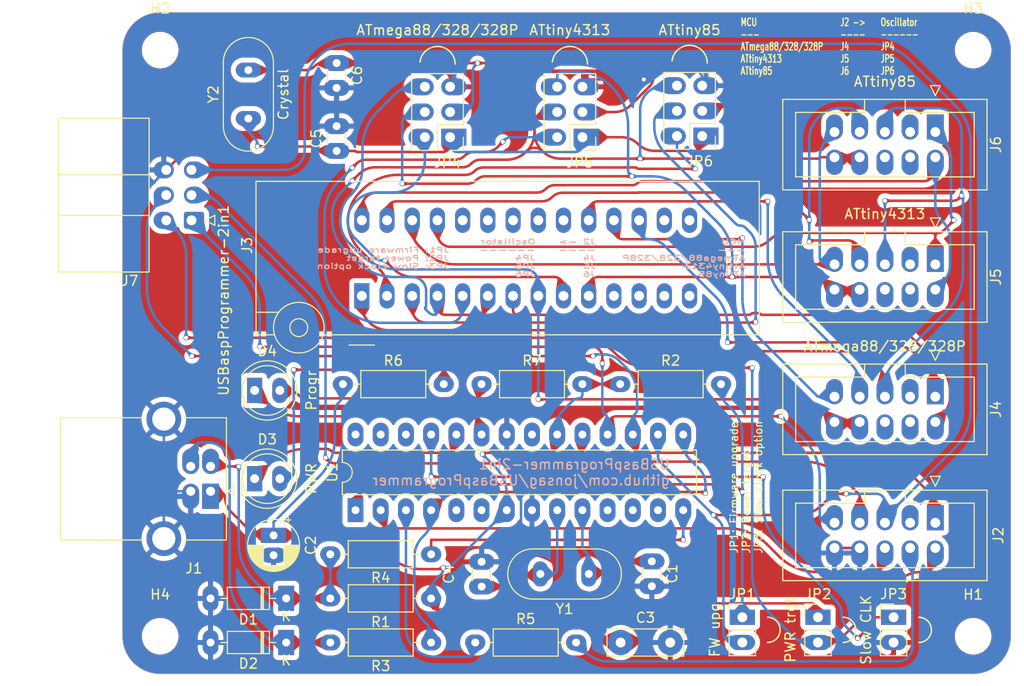
<source format=kicad_pcb>
(kicad_pcb (version 20240108) (generator "pcbnew") (generator_version "8.0")
  (layers (0 "F.Cu" signal) (31 "B.Cu" signal) (34 "B.Paste" user) (35 "F.Paste" user) (36 "B.SilkS" user "B.Silkscreen") (37 "F.SilkS" user "F.Silkscreen") (38 "B.Mask" user) (39 "F.Mask" user) (44 "Edge.Cuts" user))
  (net 0 "")
  (net 1 "GND")
  (net 2 "XTAL2")
  (net 3 "+5V")
  (net 4 "XTAL1")
  (net 5 "GreenLED")
  (net 6 "RedLED")
  (net 7 "Prog-XTAL2")
  (net 8 "Prog-XTAL1")
  (net 9 "Net-(D1-K)")
  (net 10 "Net-(D2-K)")
  (net 11 "Net-(D3-A)")
  (net 12 "Net-(D4-A)")
  (net 13 "Net-(J2-VCC)")
  (net 14 "Net-(J2-RST)")
  (net 15 "Net-(J2-{slash}-Pad4)")
  (net 16 "Net-(J2-SCK)")
  (net 17 "Net-(U1-PD0)")
  (net 18 "Net-(J2-MISO)")
  (net 20 "Net-(J2-MOSI)")
  (net 24 "4")
  (net 25 "17")
  (net 26 "9")
  (net 27 "3")
  (net 28 "19")
  (net 29 "1")
  (net 31 "28")
  (net 32 "18")
  (net 34 "25")
  (net 37 "27")
  (net 39 "2")
  (net 40 "7")
  (net 42 "8")
  (net 43 "5")
  (net 45 "10")
  (net 47 "26")
  (net 57 "Net-(JP1-A)")
  (net 58 "Net-(JP3-A)")
  (net 59 "Net-(U1-PB1)")
  (net 60 "Net-(U1-PB0)")
  (net 61 "Net-(U1-PD1)")
  (footprint "My_Misc:C_Disc_D3.0mm_W1.6mm_P2.50mm_larg" (layer "F.Cu") (at 167.6504 117.554 -90)
    (property "Reference" "C1")
    (property "Value" "18p")
  )
  (footprint "My_Misc:CP_Radial_D5.0mm_P2.00mm_larger" (layer "F.Cu") (at 129.54 114.935 -90)
    (property "Reference" "C2")
    (property "Value" "4.7u")
  )
  (footprint "My_Misc:C_Disc_D7.5mm_W2.5mm_P5.00mm_larger" (layer "F.Cu") (at 164.505 125.73)
    (property "Reference" "C3")
    (property "Value" "100n")
  )
  (footprint "My_Misc:C_Disc_D3.0mm_W1.6mm_P2.50mm_larg" (layer "F.Cu") (at 150.5054 120.094 90)
    (property "Reference" "C4")
    (property "Value" "18p")
  )
  (footprint "My_Misc:D_DO-35_SOD27_P7.62mm_Horizontal_large" (layer "F.Cu") (at 130.81 121.285 180)
    (property "Reference" "D1")
    (property "Value" "3V6")
  )
  (footprint "My_Misc:D_DO-35_SOD27_P7.62mm_Horizontal_large" (layer "F.Cu") (at 130.81 125.73 180)
    (property "Reference" "D2")
    (property "Value" "3V6")
  )
  (footprint "My_Misc:LED_D5.0mm_larger_pads" (layer "F.Cu") (at 127.63 109.22)
    (property "Reference" "D3")
    (property "Value" "PWR")
  )
  (footprint "My_Misc:LED_D5.0mm_larger_pads" (layer "F.Cu") (at 127.63 100.33)
    (property "Reference" "D4")
    (property "Value" "Progr")
  )
  (footprint "My_Misc:USB_B_OST_USB-B1HSxx_Horizontal_large" (layer "F.Cu") (at 123.19 110.49 180)
    (property "Reference" "J1")
    (property "Value" "USB_B")
  )
  (footprint "My_Parts:Jumper_1x02_P2.54mm_large" (layer "F.Cu") (at 184.39 123.185)
    (property "Reference" "JP2")
    (property "Value" "PWR trgt")
  )
  (footprint "My_Parts:Jumper_1x02_P2.54mm_large" (layer "F.Cu") (at 176.77 123.185)
    (property "Reference" "JP1")
    (property "Value" "FW upg")
  )
  (footprint "My_Parts:Jumper_1x02_P2.54mm_large" (layer "F.Cu") (at 192.01 123.185)
    (property "Reference" "JP3")
    (property "Value" "Slow CLK")
  )
  (footprint "My_Misc:R_Axial_DIN0207_L6.3mm_D2.5mm_P10.16mm_Horizontal_large" (layer "F.Cu") (at 145.415 121.285 180)
    (property "Reference" "R1")
    (property "Value" "2k2")
  )
  (footprint "My_Misc:R_Axial_DIN0207_L6.3mm_D2.5mm_P10.16mm_Horizontal_large" (layer "F.Cu") (at 164.465 99.695)
    (property "Reference" "R2")
    (property "Value" "10k")
  )
  (footprint "My_Misc:R_Axial_DIN0207_L6.3mm_D2.5mm_P10.16mm_Horizontal_large" (layer "F.Cu") (at 145.415 125.73 180)
    (property "Reference" "R3")
    (property "Value" "68R")
  )
  (footprint "My_Misc:R_Axial_DIN0207_L6.3mm_D2.5mm_P10.16mm_Horizontal_large" (layer "F.Cu") (at 145.415 116.84 180)
    (property "Reference" "R4")
    (property "Value" "68R")
  )
  (footprint "My_Misc:R_Axial_DIN0207_L6.3mm_D2.5mm_P10.16mm_Horizontal_large" (layer "F.Cu") (at 149.86 125.73)
    (property "Reference" "R5")
    (property "Value" "1k")
  )
  (footprint "My_Misc:R_Axial_DIN0207_L6.3mm_D2.5mm_P10.16mm_Horizontal_large" (layer "F.Cu") (at 136.525 99.695)
    (property "Reference" "R6")
    (property "Value" "330R")
  )
  (footprint "My_Misc:R_Axial_DIN0207_L6.3mm_D2.5mm_P10.16mm_Horizontal_large" (layer "F.Cu") (at 150.495 99.695)
    (property "Reference" "R7")
    (property "Value" "330R")
  )
  (footprint "My_Misc:DIP-28_W7.62mm_LongPads w socket" (layer "F.Cu") (at 137.795 112.395 90)
    (property "Reference" "U1")
    (property "Value" "ATmega88-20PU")
  )
  (footprint "My_Misc:Crystal_HC49-4H_Vertical_large" (layer "F.Cu") (at 161.3004 118.824 180)
    (property "Reference" "Y1")
    (property "Value" "12MHz")
  )
  (footprint "My_Misc:IDC-Header_2x05_P2.54mm_Vertical_large" (layer "F.Cu") (at 196.215 113.665 -90)
    (property "Reference" "J2")
    (property "Value" "ISP_header_Conn_02x05_Odd_Even" (hide yes))
  )
  (footprint "My_Misc:IDC-Header_2x03_P2.54mm_Horizontal_large" (layer "F.Cu") (at 121.2675 83.19 180)
    (property "Reference" "J7")
    (property "Value" "ISP_header_Conn_02x03_Odd_Even")
  )
  (footprint "My_Misc:C_Disc_D3.0mm_W1.6mm_P2.50mm_larg" (layer "F.Cu") (at 135.89 67.35 -90)
    (property "Reference" "C6")
    (property "Value" "22p")
  )
  (footprint "My_Misc:IDC-Header_2x05_P2.54mm_Vertical_large" (layer "F.Cu") (at 196.215 74.295 -90)
    (property "Reference" "J6")
    (property "Value" "ATtiny85")
  )
  (footprint "MountingHole:MountingHole_3.2mm_M3" (layer "F.Cu") (at 118.11 66.04)
    (property "Reference" "H2")
    (property "Value" "MountingHole")
  )
  (footprint "My_Parts:3-pole_jumper_2x03_P2.54mm_Vertical" (layer "F.Cu") (at 172.725 74.704 180)
    (property "Reference" "JP6")
    (property "Value" "ATtiny85")
  )
  (footprint "MountingHole:MountingHole_3.2mm_M3" (layer "F.Cu") (at 118.11 125.095)
    (property "Reference" "H4")
    (property "Value" "MountingHole")
  )
  (footprint "My_Parts:3-pole_jumper_2x03_P2.54mm_Vertical" (layer "F.Cu") (at 147.325 74.817 180)
    (property "Reference" "JP4")
    (property "Value" "ATmega88/328/328P")
  )
  (footprint "My_Misc:ZIF_DIP_Socket-28_W6.9_W7.62_W7.62_W12.7_W13.5_large" (layer "F.Cu") (at 138.43 90.805 90)
    (property "Reference" "J3")
    (property "Value" "ZIF Socket")
  )
  (footprint "MountingHole:MountingHole_3.2mm_M3" (layer "F.Cu") (at 200.025 66.04)
    (property "Reference" "H3")
    (property "Value" "MountingHole")
  )
  (footprint "My_Misc:IDC-Header_2x05_P2.54mm_Vertical_large" (layer "F.Cu") (at 196.215 87.63 -90)
    (property "Reference" "J5")
    (property "Value" "ATtiny4313")
  )
  (footprint "My_Misc:Crystal_HC49-4H_Vertical_large" (layer "F.Cu") (at 127 72.935 90)
    (property "Reference" "Y2")
    (property "Value" "Crystal")
  )
  (footprint "MountingHole:MountingHole_3.2mm_M3" (layer "F.Cu") (at 200.025 125.095)
    (property "Reference" "H1")
    (property "Value" "MountingHole")
  )
  (footprint "My_Misc:IDC-Header_2x05_P2.54mm_Vertical_large" (layer "F.Cu") (at 196.215 100.965 -90)
    (property "Reference" "J4")
    (property "Value" "ATmega88/328/328P")
  )
  (footprint "My_Parts:3-pole_jumper_2x03_P2.54mm_Vertical" (layer "F.Cu") (at 160.66 74.817 180)
    (property "Reference" "JP5")
    (property "Value" "ATtiny4313")
  )
  (footprint "My_Misc:C_Disc_D3.0mm_W1.6mm_P2.50mm_larg" (layer "F.Cu") (at 135.89 76.2 90)
    (property "Reference" "C5")
    (property "Value" "22p")
  )
  (gr_line (start 118.11 62.23) (end 200.025 62.23) (stroke (width 0.05)) (layer "Edge.Cuts"))
  (gr_line (start 203.835 66.04) (end 203.835 125.095) (stroke (width 0.05)) (layer "Edge.Cuts"))
  (gr_arc (start 118.11 128.905) (mid 115.415923 127.789077) (end 114.3 125.095) (stroke (width 0.05)) (layer "Edge.Cuts"))
  (gr_line (start 114.3 125.095) (end 114.3 66.04) (stroke (width 0.05)) (layer "Edge.Cuts"))
  (gr_arc (start 114.3 66.04) (mid 115.415923 63.345923) (end 118.11 62.23) (stroke (width 0.05)) (layer "Edge.Cuts"))
  (gr_line (start 200.025 128.905) (end 118.11 128.905) (stroke (width 0.05)) (layer "Edge.Cuts"))
  (gr_arc (start 200.025 62.23) (mid 202.719077 63.345923) (end 203.835 66.04) (stroke (width 0.05)) (layer "Edge.Cuts"))
  (gr_arc (start 203.835 125.095) (mid 202.719077 127.789077) (end 200.025 128.905) (stroke (width 0.05)) (layer "Edge.Cuts"))
  (gr_text "JP1: Firmware upgrade\nJP2: Power target\nJP3: Slow clock option" (at 147.32 86.995 0) (layer "B.SilkS") (effects (font (size 0.508 0.762) (thickness 0.127) (bold yes)) (justify left mirror)))
  (gr_text "MCU					J2 ->	Oscillator\n---					----	------\nATmega88/328/328P	J4 		JP4\nATtiny4313			J5		JP5\nATtiny85			J6		JP6" (at 177.165 86.995 0) (layer "B.SilkS") (effects (font (size 0.508 0.762) (thickness 0.127) (bold yes)) (justify left mirror)))
  (gr_text "USBaspProgrammer-2in1\ngithub.com/jonsag/USBaspProgrammer" (at 169.545 108.585 0) (layer "B.SilkS") (effects (font (size 1 1)) (justify left mirror)))
  (gr_text "MCU					J2 ->	Oscillator\n---					----	------\nATmega88/328/328P	J4 		JP4\nATtiny4313			J5		JP5\nATtiny85			J6		JP6" (at 176.53 68.58 0) (layer "F.SilkS") (effects (font (size 0.762 0.508) (thickness 0.127) (bold yes)) (justify left bottom)))
  (gr_text "USBaspProgrammer-2in1" (at 125.095 100.965 90) (layer "F.SilkS") (effects (font (size 1 1)) (justify left bottom)))
  (gr_text "JP1: Firmware upgrade\nJP2: Power target\nJP3: Slow clock option" (at 177.165 116.84 90) (layer "F.SilkS") (effects (font (size 0.762 0.762) (thickness 0.127) (bold yes)) (justify left)))
  (segment (start 159.410127 119.285727) (end 158.2435 118.1191) (width 0.254) (layer "F.Cu") (net 1))
  (segment (start 134.427999 73.7) (end 135.89 73.7) (width 0.254) (layer "F.Cu") (net 1))
  (segment (start 150.64025 117.594) (end 150.37055 117.594) (width 0.254) (layer "F.Cu") (net 1))
  (segment (start 148.06835 68.2503) (end 160.28835 68.2503) (width 0.254) (layer "F.Cu") (net 1))
  (segment (start 166.224815 120.054) (end 167.6504 120.054) (width 0.254) (layer "F.Cu") (net 1))
  (segment (start 151.912246 117.594) (end 150.90995 117.594) (width 0.254) (layer "F.Cu") (net 1))
  (segment (start 119.3175 116.0975) (end 118.48 115.26) (width 0.254) (layer "F.Cu") (net 1))
  (segment (start 160.66 69.36525) (end 160.66 69.737) (width 0.254) (layer "F.Cu") (net 1))
  (segment (start 170.45835 125.73) (end 169.505 125.73) (width 0.254) (layer "F.Cu") (net 1))
  (segment (start 130.843717 119.0974) (end 146.032235 119.0974) (width 0.254) (layer "F.Cu") (net 1))
  (segment (start 147.325 68.99365) (end 147.325 69.737) (width 0.254) (layer "F.Cu") (net 1))
  (segment (start 172.08582 126.40412) (end 172.10855 126.42685) (width 0.254) (layer "F.Cu") (net 1))
  (segment (start 146.58165 68.2503) (end 148.06835 68.2503) (width 0.254) (layer "F.Cu") (net 1))
  (segment (start 147.924579 118.26812) (end 147.847 118.3457) (width 0.254) (layer "F.Cu") (net 1))
  (segment (start 124.762563 74.3289) (end 132.9097 74.3289) (width 0.254) (layer "F.Cu") (net 1))
  (segment (start 192.01 126.42435) (end 192.01 125.725) (width 0.254) (layer "F.Cu") (net 1))
  (segment (start 166.8404 68.9936) (end 161.03165 68.9936) (width 0.254) (layer "F.Cu") (net 1))
  (segment (start 159.540872 119.601372) (end 160.0747 120.1352) (width 0.254) (layer "F.Cu") (net 1))
  (segment (start 173.790894 127.1237) (end 191.31065 127.1237) (width 0.254) (layer "F.Cu") (net 1))
  (segment (start 150.37055 117.594) (end 149.55205 117.594) (width 0.254) (layer "F.Cu") (net 1))
  (segment (start 161.521296 120.7344) (end 164.582184 120.7344) (width 0.254) (layer "F.Cu") (net 1))
  (segment (start 153.618853 116.8871) (end 155.269188 116.8871) (width 0.254) (layer "F.Cu") (net 1))
  (segment (start 138.112241 69.85) (end 135.89 69.85) (width 0.254) (layer "F.Cu") (net 1))
  (segment (start 186.055 116.205) (end 188.595 116.205) (width 0.254) (layer "F.Cu") (net 1))
  (segment (start 129.54 116.935) (end 121.339403 116.935) (width 0.254) (layer "F.Cu") (net 1))
  (segment (start 150.90995 117.594) (end 150.64025 117.594) (width 0.254) (layer "F.Cu") (net 1))
  (segment (start 129.54 116.935) (end 129.54 117.793682) (width 0.254) (layer "F.Cu") (net 1))
  (segment (start 160.66 69.36525) (end 160.66 68.62195) (width 0.254) (layer "F.Cu") (net 1))
  (segment (start 146.58165 68.2503) (end 141.974258 68.2503) (width 0.254) (layer "F.Cu") (net 1))
  (segment (start 120.914807 75.922692) (end 118.7275 78.11) (width 0.254) (layer "F.Cu") (net 1))
  (via (at 166.8404 68.9936) (size 0.508) (drill 0.4) (layers "F.Cu" "B.Cu") (net 1))
  (arc (start 192.01 126.42435) (mid 191.805165 126.918865) (end 191.31065 127.1237) (width 0.254) (layer "F.Cu") (net 1))
  (arc (start 149.55205 117.594) (mid 148.671269 117.769198) (end 147.924579 118.26812) (width 0.254) (layer "F.Cu") (net 1))
  (arc (start 129.54 117.793682) (mid 129.639239 118.292593) (end 129.92185 118.71555) (width 0.254) (layer "F.Cu") (net 1))
  (arc (start 160.0747 120.1352) (mid 160.738404 120.578672) (end 161.521296 120.7344) (width 0.254) (layer "F.Cu") (net 1))
  (arc (start 153.618853 116.8871) (mid 153.157048 116.978958) (end 152.76555 117.24055) (width 0.254) (layer "F.Cu") (net 1))
  (arc (start 147.847 118.3457) (mid 147.014378 118.902039) (end 146.032235 119.0974) (width 0.254) (layer "F.Cu") (net 1))
  (arc (start 166.224815 120.054) (mid 165.780322 120.142415) (end 165.4035 120.3942) (width 0.254) (layer "F.Cu") (net 1))
  (arc (start 160.66 68.62195) (mid 160.551146 68.359153) (end 160.28835 68.2503) (width 0.254) (layer "F.Cu") (net 1))
  (arc (start 119.3175 116.0975) (mid 120.245157 116.71734) (end 121.339403 116.935) (width 0.254) (layer "F.Cu") (net 1))
  (arc (start 159.410127 119.285727) (mid 159.45851 119.358137) (end 159.4755 119.44355) (width 0.254) (layer "F.Cu") (net 1))
  (arc (start 133.66885 74.01445) (mid 133.320549 74.247177) (end 132.9097 74.3289) (width 0.254) (layer "F.Cu") (net 1))
  (arc (start 152.76555 117.24055) (mid 152.37405 117.502141) (end 151.912246 117.594) (width 0.254) (layer "F.Cu") (net 1))
  (arc (start 124.762563 74.3289) (mid 122.680172 74.743113) (end 120.914807 75.922692) (width 0.254) (layer "F.Cu") (net 1))
  (arc (start 147.325 68.99365) (mid 147.107277 68.468022) (end 146.58165 68.2503) (width 0.254) (layer "F.Cu") (net 1))
  (arc (start 160.66 68.62195) (mid 160.768853 68.884746) (end 161.03165 68.9936) (width 0.254) (layer "F.Cu") (net 1))
  (arc (start 165.4035 120.3942) (mid 165.026677 120.645984) (end 164.582184 120.7344) (width 0.254) (layer "F.Cu") (net 1))
  (arc (start 161.03165 68.9936) (mid 160.768853 69.102453) (end 160.66 69.36525) (width 0.254) (layer "F.Cu") (net 1))
  (arc (start 158.2435 118.1191) (mid 156.878874 117.207286) (end 155.269188 116.8871) (width 0.254) (layer "F.Cu") (net 1))
  (arc (start 172.10855 126.42685) (mid 172.880416 126.942594) (end 173.790894 127.1237) (width 0.254) (layer "F.Cu") (net 1))
  (arc (start 141.974258 68.2503) (mid 140.929204 68.458174) (end 140.04325 69.05015) (width 0.254) (layer "F.Cu") (net 1))
  (arc (start 140.04325 69.05015) (mid 139.157295 69.642125) (end 138.112241 69.85) (width 0.254) (layer "F.Cu") (net 1))
  (arc (start 159.4755 119.44355) (mid 159.492489 119.528962) (end 159.540872 119.601372) (width 0.254) (layer "F.Cu") (net 1))
  (arc (start 129.92185 118.71555) (mid 130.344806 118.99816) (end 130.843717 119.0974) (width 0.254) (layer "F.Cu") (net 1))
  (arc (start 134.427999 73.7) (mid 134.01715 73.781722) (end 133.66885 74.01445) (width 0.254) (layer "F.Cu") (net 1))
  (arc (start 148.06835 68.2503) (mid 147.542722 68.468022) (end 147.325 68.99365) (width 0.254) (layer "F.Cu") (net 1))
  (arc (start 172.08582 126.40412) (mid 171.33913 125.905198) (end 170.45835 125.73) (width 0.254) (layer "F.Cu") (net 1))
  (segment (start 167.6504 120.77235) (end 167.6504 120.054) (width 0.254) (layer "B.Cu") (net 1))
  (segment (start 188.595 123.15017) (end 188.595 116.205) (width 0.254) (layer "B.Cu") (net 1))
  (segment (start 151.013349 115.649349) (end 151.709503 114.953196) (width 0.254) (layer "B.Cu") (net 1))
  (segment (start 121.19 120.323386) (end 121.19 110.49) (width 0.254) (layer "B.Cu") (net 1))
  (segment (start 172.725 68.88065) (end 172.725 69.624) (width 0.254) (layer "B.Cu") (net 1))
  (segment (start 118.48 103.22) (end 118.48 109.87835) (width 0.254) (layer "B.Cu") (net 1))
  (segment (start 117.24855 101.98855) (end 118.48 103.22) (width 0.254) (layer "B.Cu") (net 1))
  (segment (start 121.19 110.49) (end 120.31495 110.49) (width 0.254) (layer "B.Cu") (net 1))
  (segment (start 123.19 121.285) (end 123.19 125.73) (width 0.254) (layer "B.Cu") (net 1))
  (segment (start 166.8404 68.9936) (end 167.26855 68.56545) (width 0.254) (layer "B.Cu") (net 1))
  (segment (start 169.505 124.53765) (end 169.505 125.73) (width 0.254) (layer "B.Cu") (net 1))
  (segment (start 154.4717 111.40096) (end 154.4717 113.68005) (width 0.254) (layer "B.Cu") (net 1))
  (segment (start 118.48 111.10165) (end 118.48 109.87835) (width 0.254) (layer "B.Cu") (net 1))
  (segment (start 123.19 121.285) (end 122.151613 121.285) (width 0.254) (layer "B.Cu") (net 1))
  (segment (start 135.89 73.7) (end 135.89 69.85) (width 0.254) (layer "B.Cu") (net 1))
  (segment (start 155.575 112.55735) (end 155.575 112.395) (width 0.254) (layer "B.Cu") (net 1))
  (segment (start 117.3723 79.4652) (end 118.7275 78.11) (width 0.254) (layer "B.Cu") (net 1))
  (segment (start 171.98165 68.1373) (end 168.302195 68.1373) (width 0.254) (layer "B.Cu") (net 1))
  (segment (start 153.035 105.69335) (end 153.035 104.775) (width 0.254) (layer "B.Cu") (net 1))
  (segment (start 153.45135 114.2317) (end 153.92005 114.2317) (width 0.254) (layer "B.Cu") (net 1))
  (segment (start 155.575 113.68005) (end 155.575 112.88205) (width 0.254) (layer "B.Cu") (net 1))
  (segment (start 154.4702 111.397339) (end 154.4702 109.061739) (width 0.254) (layer "B.Cu") (net 1))
  (segment (start 191.05665 125.725) (end 192.01 125.725) (width 0.254) (layer "B.Cu") (net 1))
  (segment (start 116.0171 99.015566) (end 116.0171 82.736942) (width 0.254) (layer "B.Cu") (net 1))
  (segment (start 155.02335 114.2317) (end 153.92005 114.2317) (width 0.254) (layer "B.Cu") (net 1))
  (segment (start 120.31495 110.49) (end 119.09165 110.49) (width 0.254) (layer "B.Cu") (net 1))
  (segment (start 155.575 112.55735) (end 155.575 112.88205) (width 0.254) (layer "B.Cu") (net 1))
  (segment (start 189.34915 124.97085) (end 189.429179 125.050879) (width 0.254) (layer "B.Cu") (net 1))
  (segment (start 150.5054 116.87565) (end 150.5054 117.594) (width 0.254) (layer "B.Cu") (net 1))
  (segment (start 153.7526 107.3293) (end 153.684371 107.261071) (width 0.254) (layer "B.Cu") (net 1))
  (segment (start 168.661881 122.502181) (end 168.15835 121.99865) (width 0.254) (layer "B.Cu") (net 1))
  (segment (start 118.48 111.10165) (end 118.48 115.26) (width 0.254) (layer "B.Cu") (net 1))
  (arc (start 167.6504 120.77235) (mid 167.782411 121.436018) (end 168.15835 121.99865) (width 0.254) (layer "B.Cu") (net 1))
  (arc (start 121.19 120.323386) (mid 121.263198 120.69138) (end 121.47165 121.00335) (width 0.254) (layer "B.Cu") (net 1))
  (arc (start 168.302195 68.1373) (mid 167.74279 68.248572) (end 167.26855 68.56545) (width 0.254) (layer "B.Cu") (net 1))
  (arc (start 172.725 68.88065) (mid 172.507277 68.355022) (end 171.98165 68.1373) (width 0.254) (layer "B.Cu") (net 1))
  (arc (start 118.48 109.87835) (mid 118.659148 110.310851) (end 119.09165 110.49) (width 0.254) (layer "B.Cu") (net 1))
  (arc (start 155.575 113.68005) (mid 155.413425 114.070125) (end 155.02335 114.2317) (width 0.254) (layer "B.Cu") (net 1))
  (arc (start 116.0171 99.015566) (mid 116.337143 100.624533) (end 117.24855 101.98855) (width 0.254) (layer "B.Cu") (net 1))
  (arc (start 168.661881 122.502181) (mid 169.28588 123.436062) (end 169.505 124.53765) (width 0.254) (layer "B.Cu") (net 1))
  (arc (start 151.013349 115.649349) (mid 150.637411 116.21198) (end 150.5054 116.87565) (width 0.254) (layer "B.Cu") (net 1))
  (arc (start 154.4702 111.397339) (mid 154.470394 111.398319) (end 154.47095 111.39915) (width 0.254) (layer "B.Cu") (net 1))
  (arc (start 153.035 105.69335) (mid 153.203766 106.541794) (end 153.684371 107.261071) (width 0.254) (layer "B.Cu") (net 1))
  (arc (start 189.429179 125.050879) (mid 190.175869 125.549801) (end 191.05665 125.725) (width 0.254) (layer "B.Cu") (net 1))
  (arc (start 121.47165 121.00335) (mid 121.783619 121.211801) (end 122.151613 121.285) (width 0.254) (layer "B.Cu") (net 1))
  (arc (start 154.4717 113.68005) (mid 154.633274 114.070125) (end 155.02335 114.2317) (width 0.254) (layer "B.Cu") (net 1))
  (arc (start 153.7526 107.3293) (mid 154.283701 108.124149) (end 154.4702 109.061739) (width 0.254) (layer "B.Cu") (net 1))
  (arc (start 153.92005 114.2317) (mid 154.310125 114.070125) (end 154.4717 113.68005) (width 0.254) (layer "B.Cu") (net 1))
  (arc (start 154.47095 111.39915) (mid 154.471505 111.39998) (end 154.4717 111.40096) (width 0.254) (layer "B.Cu") (net 1))
  (arc (start 119.09165 110.49) (mid 118.659148 110.669148) (end 118.48 111.10165) (width 0.254) (layer "B.Cu") (net 1))
  (arc (start 117.3723 79.4652) (mid 116.369305 80.966288) (end 116.0171 82.736942) (width 0.254) (layer "B.Cu") (net 1))
  (arc (start 188.595 123.15017) (mid 188.790997 124.135515) (end 189.34915 124.97085) (width 0.254) (layer "B.Cu") (net 1))
  (arc (start 153.45135 114.2317) (mid 152.508669 114.41921) (end 151.709503 114.953196) (width 0.254) (layer "B.Cu") (net 1))
  (segment (start 135.41335 67.35) (end 134.46005 67.35) (width 0.254) (layer "F.Cu") (net 2))
  (segment (start 132.779789 68.055) (end 127 68.055) (width 0.254) (layer "F.Cu") (net 2))
  (segment (start 163.8941 72.277) (end 162.0013 72.277) (width 0.254) (layer "F.Cu") (net 2))
  (segment (start 175.0127 69.606472) (end 175.0127 71.02015) (width 0.254) (layer "F.Cu") (net 2))
  (segment (start 167.404114 69.713385) (end 165.509705 71.607794) (width 0.254) (layer "F.Cu") (net 2))
  (segment (start 150.0913 67.35) (end 136.36665 67.35) (width 0.254) (layer "F.Cu") (net 2))
  (segment (start 173.86885 72.164) (end 172.725 72.164) (width 0.254) (layer "F.Cu") (net 2))
  (segment (start 136.36665 67.35) (end 135.41335 67.35) (width 0.254) (layer "F.Cu") (net 2))
  (segment (start 162.0013 72.277) (end 160.66 72.277) (width 0.254) (layer "F.Cu") (net 2))
  (segment (start 133.646222 67.687077) (end 133.6308 67.7025) (width 0.254) (layer "F.Cu") (net 2))
  (segment (start 167.8206 68.662594) (end 167.8206 68.7079) (width 0.254) (layer "F.Cu") (net 2))
  (segment (start 166.508005 67.35) (end 150.0913 67.35) (width 0.254) (layer "F.Cu") (net 2))
  (segment (start 168.364294 68.1189) (end 173.525127 68.1189) (width 0.254) (layer "F.Cu") (net 2))
  (segment (start 134.46 67.35) (end 134.46005 67.35) (width 0.254) (layer "F.Cu") (net 2))
  (via (at 150.0913 67.35) (size 0.508) (drill 0.4) (layers "F.Cu" "B.Cu") (net 2))
  (arc (start 168.364294 68.1189) (mid 167.979844 68.278144) (end 167.8206 68.662594) (width 0.254) (layer "F.Cu") (net 2))
  (arc (start 134.46 67.35) (mid 134.019586 67.437603) (end 133.646222 67.687077) (width 0.254) (layer "F.Cu") (net 2))
  (arc (start 167.43615 67.73445) (mid 167.010313 67.449915) (end 166.508005 67.35) (width 0.254) (layer "F.Cu") (net 2))
  (arc (start 175.0127 71.02015) (mid 174.677674 71.828974) (end 173.86885 72.164) (width 0.254) (layer "F.Cu") (net 2))
  (arc (start 133.6308 67.7025) (mid 133.240352 67.963388) (end 132.779789 68.055) (width 0.254) (layer "F.Cu") (net 2))
  (arc (start 174.577 68.5546) (mid 174.899465 69.037203) (end 175.0127 69.606472) (width 0.254) (layer "F.Cu") (net 2))
  (arc (start 167.43615 67.73445) (mid 167.861986 68.018984) (end 168.364294 68.1189) (width 0.254) (layer "F.Cu") (net 2))
  (arc (start 167.8206 68.7079) (mid 167.712358 69.252064) (end 167.404114 69.713385) (width 0.254) (layer "F.Cu") (net 2))
  (arc (start 165.509705 71.607794) (mid 164.768459 72.103079) (end 163.8941 72.277) (width 0.254) (layer "F.Cu") (net 2))
  (arc (start 174.577 68.5546) (mid 174.094396 68.232134) (end 173.525127 68.1189) (width 0.254) (layer "F.Cu") (net 2))
  (arc (start 167.8206 68.662594) (mid 167.720684 68.160286) (end 167.43615 67.73445) (width 0.254) (layer "F.Cu") (net 2))
  (segment (start 150.0913 67.35) (end 149.852 67.5893) (width 0.254) (layer "B.Cu") (net 2))
  (segment (start 149.6127 68.167021) (end 149.6127 71.13315) (width 0.254) (layer "B.Cu") (net 2))
  (segment (start 148.46885 72.277) (end 147.325 72.277) (width 0.254) (layer "B.Cu") (net 2))
  (arc (start 149.852 67.5893) (mid 149.674892 67.85436) (end 149.6127 68.167021) (width 0.254) (layer "B.Cu") (net 2))
  (arc (start 149.6127 71.13315) (mid 149.277674 71.941974) (end 148.46885 72.277) (width 0.254) (layer "B.Cu") (net 2))
  (segment (start 160.867492 123.999192) (end 161.924179 125.055879) (width 0.254) (layer "F.Cu") (net 3))
  (segment (start 184.39 122.48565) (end 184.39 123.185) (width 0.254) (layer "F.Cu") (net 3))
  (segment (start 136.845136 114.935) (end 130.49335 114.935) (width 0.254) (layer "F.Cu") (net 3))
  (segment (start 150.812075 106.6117) (end 157.19665 106.6117) (width 0.254) (layer "F.Cu") (net 3))
  (segment (start 164.9817 125.73) (end 164.98175 125.73) (width 0.254) (layer "F.Cu") (net 3))
  (segment (start 146.358635 118.3337) (end 144.48415 118.3337) (width 0.254) (layer "F.Cu") (net 3))
  (segment (start 124.6767 111.2342) (end 124.6767 111.23335) (width 0.254) (layer "F.Cu") (net 3))
  (segment (start 158.115 105.69335) (end 158.115 104.775) (width 0.254) (layer "F.Cu") (net 3))
  (segment (start 166.748742 125.392957) (end 168.761607 123.380092) (width 0.254) (layer "F.Cu") (net 3))
  (segment (start 145.415 121.8452) (end 145.415 121.285) (width 0.254) (layer "F.Cu") (net 3))
  (segment (start 125.202928 112.504628) (end 126.959179 114.260879) (width 0.254) (layer "F.Cu") (net 3))
  (segment (start 130.49335 114.935) (end 128.58665 114.935) (width 0.254) (layer "F.Cu") (net 3))
  (segment (start 164.0283 125.73) (end 163.55165 125.73) (width 0.254) (layer "F.Cu") (net 3))
  (segment (start 123.93335 110.49) (end 123.19 110.49) (width 0.254) (layer "F.Cu") (net 3))
  (segment (start 140.692892 116.528792) (end 141.093238 116.929138) (width 0.254) (layer "F.Cu") (net 3))
  (segment (start 172.609363 121.7863) (end 183.69065 121.7863) (width 0.254) (layer "F.Cu") (net 3))
  (segment (start 150.64465 106.68105) (end 150.5753 106.7504) (width 0.254) (layer "F.Cu") (net 3))
  (segment (start 164.9817 125.73) (end 164.0283 125.73) (width 0.254) (layer "F.Cu") (net 3))
  (segment (start 157.019736 122.4054) (end 145.9752 122.4054) (width 0.254) (layer "F.Cu") (net 3))
  (segment (start 160.655 99.695) (end 164.465 99.695) (width 0.254) (layer "F.Cu") (net 3))
  (segment (start 165.93505 125.73) (end 164.98175 125.73) (width 0.254) (layer "F.Cu") (net 3))
  (segment (start 146.5496 118.2546) (end 146.6287 118.1755) (width 0.254) (layer "F.Cu") (net 3))
  (via (at 150.5753 106.7504) (size 0.508) (drill 0.4) (layers "F.Cu" "B.Cu") (net 3))
  (via (at 146.6287 118.1755) (size 0.508) (drill 0.4) (layers "F.Cu" "B.Cu") (net 3))
  (arc (start 146.5496 118.2546) (mid 146.461984 118.313142) (end 146.358635 118.3337) (width 0.254) (layer "F.Cu") (net 3))
  (arc (start 145.415 121.8452) (mid 145.579078 122.241321) (end 145.9752 122.4054) (width 0.254) (layer "F.Cu") (net 3))
  (arc (start 124.6767 111.2342) (mid 124.813462 111.92175) (end 125.202928 112.504628) (width 0.254) (layer "F.Cu") (net 3))
  (arc (start 160.867492 123.999192) (mid 159.102126 122.819613) (end 157.019736 122.4054) (width 0.254) (layer "F.Cu") (net 3))
  (arc (start 166.748742 125.392957) (mid 166.375417 125.642405) (end 165.93505 125.73) (width 0.254) (layer "F.Cu") (net 3))
  (arc (start 161.924179 125.055879) (mid 162.670869 125.554801) (end 163.55165 125.73) (width 0.254) (layer "F.Cu") (net 3))
  (arc (start 172.609363 121.7863) (mid 170.526972 122.200513) (end 168.761607 123.380092) (width 0.254) (layer "F.Cu") (net 3))
  (arc (start 126.959179 114.260879) (mid 127.705869 114.759801) (end 128.58665 114.935) (width 0.254) (layer "F.Cu") (net 3))
  (arc (start 150.812075 106.6117) (mid 150.721465 106.629723) (end 150.64465 106.68105) (width 0.254) (layer "F.Cu") (net 3))
  (arc (start 184.39 122.48565) (mid 184.185165 121.991134) (end 183.69065 121.7863) (width 0.254) (layer "F.Cu") (net 3))
  (arc (start 158.115 105.69335) (mid 157.846021 106.342721) (end 157.19665 106.6117) (width 0.254) (layer "F.Cu") (net 3))
  (arc (start 141.093238 116.929138) (mid 142.649001 117.968666) (end 144.48415 118.3337) (width 0.254) (layer "F.Cu") (net 3))
  (arc (start 124.6767 111.23335) (mid 124.458977 110.707722) (end 123.93335 110.49) (width 0.254) (layer "F.Cu") (net 3))
  (arc (start 140.692892 116.528792) (mid 138.927526 115.349213) (end 136.845136 114.935) (width 0.254) (layer "F.Cu") (net 3))
  (segment (start 146.6287 118.1755) (end 146.6287 118.40505) (width 0.254) (layer "B.Cu") (net 3))
  (segment (start 160.655 100.765) (end 160.655 99.695) (width 0.254) (layer "B.Cu") (net 3))
  (segment (start 153.035 112.395) (end 153.035 110.80255) (width 0.254) (layer "B.Cu") (net 3))
  (segment (start 129.63732 113.510879) (end 134.119807 109.028392) (width 0.254) (layer "B.Cu") (net 3))
  (segment (start 145.922949 119.340349) (end 146.466383 118.796916) (width 0.254) (layer "B.Cu") (net 3))
  (segment (start 150.5753 106.7504) (end 151.908967 108.084067) (width 0.254) (layer "B.Cu") (net 3))
  (segment (start 159.662303 101.390995) (end 158.649572 102.403727) (width 0.254) (layer "B.Cu") (net 3))
  (segment (start 158.115 104.28795) (end 158.115 103.6943) (width 0.254) (layer "B.Cu") (net 3))
  (segment (start 158.115 104.28795) (end 158.115 104.61265) (width 0.254) (layer "B.Cu") (net 3))
  (segment (start 136.525 100.557953) (end 136.525 99.695) (width 0.254) (layer "B.Cu") (net 3))
  (segment (start 158.115 104.61265) (end 158.115 104.775) (width 0.254) (layer "B.Cu") (net 3))
  (segment (start 135.7136 102.516846) (end 135.7136 105.180636) (width 0.254) (layer "B.Cu") (net 3))
  (segment (start 146.6287 118.1755) (end 146.9416 118.1755) (width 0.254) (layer "B.Cu") (net 3))
  (segment (start 147.475753 117.954246) (end 153.035 112.395) (width 0.254) (layer "B.Cu") (net 3))
  (segment (start 129.54 113.57225) (end 129.54 114.935) (width 0.254) (layer "B.Cu") (net 3))
  (segment (start 145.415 120.56665) (end 145.415 121.285) (width 0.254) (layer "B.Cu") (net 3))
  (arc (start 158.649572 102.403727) (mid 158.25393 102.995847) (end 158.115 103.6943) (width 0.254) (layer "B.Cu") (net 3))
  (arc (start 135.7136 105.180636) (mid 135.299386 107.263026) (end 134.119807 109.028392) (width 0.254) (layer "B.Cu") (net 3))
  (arc (start 129.63732 113.510879) (mid 129.609163 113.529693) (end 129.57595 113.5363) (width 0.254) (layer "B.Cu") (net 3))
  (arc (start 136.525 100.557953) (mid 136.419562 101.088026) (end 136.1193 101.5374) (width 0.254) (layer "B.Cu") (net 3))
  (arc (start 129.57595 113.5363) (mid 129.550529 113.546829) (end 129.54 113.57225) (width 0.254) (layer "B.Cu") (net 3))
  (arc (start 136.1193 101.5374) (mid 135.819037 101.986773) (end 135.7136 102.516846) (width 0.254) (layer "B.Cu") (net 3))
  (arc (start 145.922949 119.340349) (mid 145.547011 119.90298) (end 145.415 120.56665) (width 0.254) (layer "B.Cu") (net 3))
  (arc (start 151.908967 108.084067) (mid 152.742353 109.331317) (end 153.035 110.80255) (width 0.254) (layer "B.Cu") (net 3))
  (arc (start 160.2883 101.1317) (mid 159.949513 101.199088) (end 159.662303 101.390995) (width 0.254) (layer "B.Cu") (net 3))
  (arc (start 160.655 100.765) (mid 160.547596 101.024296) (end 160.2883 101.1317) (width 0.254) (layer "B.Cu") (net 3))
  (arc (start 146.6287 118.40505) (mid 146.586515 118.617126) (end 146.466383 118.796916) (width 0.254) (layer "B.Cu") (net 3))
  (arc (start 147.475753 117.954246) (mid 147.230681 118.117997) (end 146.9416 118.1755) (width 0.254) (layer "B.Cu") (net 3))
  (segment (start 137.973726 76.3037) (end 146.58165 76.3037) (width 0.254) (layer "F.Cu") (net 4))
  (segment (start 164.603447 74.817) (end 164.09155 74.817) (width 0.254) (layer "F.Cu") (net 4))
  (segment (start 137.723373 76.2) (end 135.89 76.2) (width 0.254) (layer "F.Cu") (net 4))
  (segment (start 171.98165 76.1907) (end 167.919852 76.1907) (width 0.254) (layer "F.Cu") (net 4))
  (segment (start 161.80385 74.817) (end 160.66 74.817) (width 0.254) (layer "F.Cu") (net 4))
  (segment (start 164.09155 74.817) (end 161.80385 74.817) (width 0.254) (layer "F.Cu") (net 4))
  (segment (start 172.725 75.44735) (end 172.725 74.704) (width 0.254) (layer "F.Cu") (net 4))
  (segment (start 127.9099 75.7516) (end 133.217833 75.7516) (width 0.254) (layer "F.Cu") (net 4))
  (segment (start 147.325 75.56035) (end 147.325 74.817) (width 0.254) (layer "F.Cu") (net 4))
  (segment (start 135.89 76.2) (end 134.300366 76.2) (width 0.254) (layer "F.Cu") (net 4))
  (via (at 127.9099 75.7516) (size 0.508) (drill 0.4) (layers "F.Cu" "B.Cu") (net 4))
  (arc (start 166.26165 75.50385) (mid 167.022439 76.012193) (end 167.919852 76.1907) (width 0.254) (layer "F.Cu") (net 4))
  (arc (start 137.84855 76.25185) (mid 137.905981 76.290224) (end 137.973726 76.3037) (width 0.254) (layer "F.Cu") (net 4))
  (arc (start 133.7591 75.9758) (mid 133.510764 75.809867) (end 133.217833 75.7516) (width 0.254) (layer "F.Cu") (net 4))
  (arc (start 137.84855 76.25185) (mid 137.791118 76.213475) (end 137.723373 76.2) (width 0.254) (layer "F.Cu") (net 4))
  (arc (start 133.7591 75.9758) (mid 134.007435 76.141732) (end 134.300366 76.2) (width 0.254) (layer "F.Cu") (net 4))
  (arc (start 166.26165 75.50385) (mid 165.50086 74.995506) (end 164.603447 74.817) (width 0.254) (layer "F.Cu") (net 4))
  (arc (start 147.325 75.56035) (mid 147.107277 76.085977) (end 146.58165 76.3037) (width 0.254) (layer "F.Cu") (net 4))
  (arc (start 172.725 75.44735) (mid 172.507277 75.972977) (end 171.98165 76.1907) (width 0.254) (layer "F.Cu") (net 4))
  (segment (start 127 73.678303) (end 127 72.935) (width 0.254) (layer "B.Cu") (net 4))
  (segment (start 147.325 75.56035) (end 147.325 74.817) (width 0.254) (layer "B.Cu") (net 4))
  (segment (start 127.9099 75.7516) (end 127.9099 75.4916) (width 0.254) (layer "B.Cu") (net 4))
  (segment (start 160.66 75.56035) (end 160.66 74.817) (width 0.254) (layer "B.Cu") (net 4))
  (segment (start 127.726052 75.047752) (end 127.45495 74.77665) (width 0.254) (layer "B.Cu") (net 4))
  (segment (start 148.06835 76.3037) (end 159.91665 76.3037) (width 0.254) (layer "B.Cu") (net 4))
  (arc (start 127 73.678303) (mid 127.118237 74.272724) (end 127.45495 74.77665) (width 0.254) (layer "B.Cu") (net 4))
  (arc (start 147.325 75.56035) (mid 147.542722 76.085977) (end 148.06835 76.3037) (width 0.254) (layer "B.Cu") (net 4))
  (arc (start 127.726052 75.047752) (mid 127.862119 75.251391) (end 127.9099 75.4916) (width 0.254) (layer "B.Cu") (net 4))
  (arc (start 160.66 75.56035) (mid 160.442277 76.085977) (end 159.91665 76.3037) (width 0.254) (layer "B.Cu") (net 4))
  (segment (start 132.745345 106.2235) (end 134.868801 106.2235) (width 0.254) (layer "F.Cu") (net 5))
  (segment (start 147.955 105.69335) (end 147.955 104.775) (width 0.254) (layer "F.Cu") (net 5))
  (segment (start 129.12825 107.72175) (end 127.63 109.22) (width 0.254) (layer "F.Cu") (net 5))
  (segment (start 147.03665 106.6117) (end 135.805998 106.6117) (width 0.254) (layer "F.Cu") (net 5))
  (arc (start 135.3374 106.4176) (mid 135.552394 106.561255) (end 135.805998 106.6117) (width 0.254) (layer "F.Cu") (net 5))
  (arc (start 147.955 105.69335) (mid 147.686021 106.342721) (end 147.03665 106.6117) (width 0.254) (layer "F.Cu") (net 5))
  (arc (start 132.745345 106.2235) (mid 130.787787 106.612882) (end 129.12825 107.72175) (width 0.254) (layer "F.Cu") (net 5))
  (arc (start 135.3374 106.4176) (mid 135.122404 106.273944) (end 134.868801 106.2235) (width 0.254) (layer "F.Cu") (net 5))
  (segment (start 149.57665 102.9383) (end 132.082646 102.9383) (width 0.254) (layer "F.Cu") (net 6))
  (segment (start 150.495 103.85665) (end 150.495 104.775) (width 0.254) (layer "F.Cu") (net 6))
  (segment (start 128.93415 101.63415) (end 127.63 100.33) (width 0.254) (layer "F.Cu") (net 6))
  (arc (start 128.93415 101.63415) (mid 130.378692 102.599362) (end 132.082646 102.9383) (width 0.254) (layer "F.Cu") (net 6))
  (arc (start 150.495 103.85665) (mid 150.226021 103.207278) (end 149.57665 102.9383) (width 0.254) (layer "F.Cu") (net 6))
  (segment (start 164.855125 117.554) (end 167.6504 117.554) (width 0.254) (layer "F.Cu") (net 7))
  (segment (start 161.99375 118.824) (end 161.3004 118.824) (width 0.254) (layer "F.Cu") (net 7))
  (segment (start 163.322099 118.188999) (end 163.177372 118.333727) (width 0.254) (layer "F.Cu") (net 7))
  (arc (start 163.177372 118.333727) (mid 162.634321 118.696582) (end 161.99375 118.824) (width 0.254) (layer "F.Cu") (net 7))
  (arc (start 164.855125 117.554) (mid 164.025457 117.71903) (end 163.322099 118.188999) (width 0.254) (layer "F.Cu") (net 7))
  (segment (start 160.655 115.815533) (end 160.655 112.395) (width 0.254) (layer "B.Cu") (net 7))
  (segment (start 161.3004 117.373666) (end 161.3004 118.824) (width 0.254) (layer "B.Cu") (net 7))
  (arc (start 160.9777 116.5946) (mid 161.216533 116.952038) (end 161.3004 117.373666) (width 0.254) (layer "B.Cu") (net 7))
  (arc (start 160.655 115.815533) (mid 160.738866 116.237161) (end 160.9777 116.5946) (width 0.254) (layer "B.Cu") (net 7))
  (segment (start 154.543427 119.314272) (end 154.3987 119.459) (width 0.254) (layer "F.Cu") (net 8))
  (segment (start 152.865674 120.094) (end 150.5054 120.094) (width 0.254) (layer "F.Cu") (net 8))
  (segment (start 155.72705 118.824) (end 156.4204 118.824) (width 0.254) (layer "F.Cu") (net 8))
  (arc (start 154.3987 119.459) (mid 153.695341 119.928968) (end 152.865674 120.094) (width 0.254) (layer "F.Cu") (net 8))
  (arc (start 155.72705 118.824) (mid 155.086477 118.951417) (end 154.543427 119.314272) (width 0.254) (layer "F.Cu") (net 8))
  (segment (start 157.589381 118.824) (end 156.4204 118.824) (width 0.254) (layer "B.Cu") (net 8))
  (segment (start 158.115 118.298381) (end 158.115 112.395) (width 0.254) (layer "B.Cu") (net 8))
  (arc (start 158.115 118.298381) (mid 158.074989 118.499526) (end 157.96105 118.67005) (width 0.254) (layer "B.Cu") (net 8))
  (arc (start 157.96105 118.67005) (mid 157.790526 118.783989) (end 157.589381 118.824) (width 0.254) (layer "B.Cu") (net 8))
  (segment (start 135.255 121.285) (end 130.81 121.285) (width 0.254) (layer "F.Cu") (net 9))
  (segment (start 126.0294 107.99) (end 123.19 107.99) (width 0.254) (layer "F.Cu") (net 9))
  (via (at 126.0294 107.99) (size 0.508) (drill 0.4) (layers "F.Cu" "B.Cu") (net 9))
  (segment (start 130.09165 121.285) (end 130.81 121.285) (width 0.254) (layer "B.Cu") (net 9))
  (segment (start 126.0294 107.99) (end 126.0294 115.687136) (width 0.254) (layer "B.Cu") (net 9))
  (segment (start 128.865349 120.777049) (end 127.623192 119.534892) (width 0.254) (layer "B.Cu") (net 9))
  (segment (start 135.255 116.84) (end 135.255 121.285) (width 0.254) (layer "B.Cu") (net 9))
  (arc (start 128.865349 120.777049) (mid 129.42798 121.152987) (end 130.09165 121.285) (width 0.254) (layer "B.Cu") (net 9))
  (arc (start 126.0294 115.687136) (mid 126.443613 117.769526) (end 127.623192 119.534892) (width 0.254) (layer "B.Cu") (net 9))
  (segment (start 135.255 125.73) (end 130.81 125.73) (width 0.254) (layer "F.Cu") (net 10))
  (segment (start 125.1104 119.213136) (end 125.1104 107.774565) (width 0.254) (layer "B.Cu") (net 10))
  (segment (start 122.911134 105.5753) (end 122.39735 105.5753) (width 0.254) (layer "B.Cu") (net 10))
  (segment (start 126.704192 123.060892) (end 128.865349 125.222049) (width 0.254) (layer "B.Cu") (net 10))
  (segment (start 130.09165 125.73) (end 130.81 125.73) (width 0.254) (layer "B.Cu") (net 10))
  (segment (start 121.19 106.78265) (end 121.19 107.99) (width 0.254) (layer "B.Cu") (net 10))
  (arc (start 124.46625 106.21945) (mid 124.94299 106.932942) (end 125.1104 107.774565) (width 0.254) (layer "B.Cu") (net 10))
  (arc (start 122.39735 105.5753) (mid 121.543624 105.928924) (end 121.19 106.78265) (width 0.254) (layer "B.Cu") (net 10))
  (arc (start 125.1104 119.213136) (mid 125.524613 121.295526) (end 126.704192 123.060892) (width 0.254) (layer "B.Cu") (net 10))
  (arc (start 124.46625 106.21945) (mid 123.752756 105.742709) (end 122.911134 105.5753) (width 0.254) (layer "B.Cu") (net 10))
  (arc (start 128.865349 125.222049) (mid 129.42798 125.597987) (end 130.09165 125.73) (width 0.254) (layer "B.Cu") (net 10))
  (segment (start 146.685 98.266431) (end 146.685 99.695) (width 0.254) (layer "F.Cu") (net 11))
  (segment (start 146.665368 98.2468) (end 131.5687 98.2468) (width 0.254) (layer "F.Cu") (net 11))
  (via (at 131.5687 98.2468) (size 0.508) (drill 0.4) (layers "F.Cu" "B.Cu") (net 11))
  (arc (start 146.67925 98.25255) (mid 146.67288 98.248294) (end 146.665368 98.2468) (width 0.254) (layer "F.Cu") (net 11))
  (arc (start 146.67925 98.25255) (mid 146.683505 98.258918) (end 146.685 98.266431) (width 0.254) (layer "F.Cu") (net 11))
  (segment (start 130.86935 109.22) (end 130.17 109.22) (width 0.254) (layer "B.Cu") (net 11))
  (segment (start 131.5687 108.52065) (end 131.5687 98.2468) (width 0.254) (layer "B.Cu") (net 11))
  (arc (start 131.5687 108.52065) (mid 131.363865 109.015165) (end 130.86935 109.22) (width 0.254) (layer "B.Cu") (net 11))
  (segment (start 132.937287 101.1317) (end 149.77665 101.1317) (width 0.254) (layer "F.Cu") (net 12))
  (segment (start 131.001812 100.33) (end 130.17 100.33) (width 0.254) (layer "F.Cu") (net 12))
  (segment (start 150.495 100.41335) (end 150.495 99.695) (width 0.254) (layer "F.Cu") (net 12))
  (arc (start 131.96955 100.73085) (mid 132.413551 101.027522) (end 132.937287 101.1317) (width 0.254) (layer "F.Cu") (net 12))
  (arc (start 150.495 100.41335) (mid 150.2846 100.9213) (end 149.77665 101.1317) (width 0.254) (layer "F.Cu") (net 12))
  (arc (start 131.96955 100.73085) (mid 131.525548 100.434177) (end 131.001812 100.33) (width 0.254) (layer "F.Cu") (net 12))
  (segment (start 160.249766 95.0236) (end 120.7266 95.0236) (width 0.254) (layer "F.Cu") (net 13))
  (segment (start 195.00765 118.6197) (end 194.8085 118.6197) (width 0.254) (layer "F.Cu") (net 13))
  (segment (start 196.215 117.41235) (end 196.215 116.205) (width 0.254) (layer "F.Cu") (net 13))
  (segment (start 186.97082 125.050879) (end 192.407454 119.614245) (width 0.254) (layer "F.Cu") (net 13))
  (segment (start 167.540933 98.0437) (end 177.7639 98.0437) (width 0.254) (layer "F.Cu") (net 13))
  (segment (start 185.34335 125.725) (end 184.39 125.725) (width 0.254) (layer "F.Cu") (net 13))
  (via (at 177.7639 98.0437) (size 0.508) (drill 0.4) (layers "F.Cu" "B.Cu") (net 13))
  (via (at 120.7266 95.0236) (size 0.508) (drill 0.4) (layers "F.Cu" "B.Cu") (net 13))
  (arc (start 163.89535 96.53365) (mid 165.567957 97.65125) (end 167.540933 98.0437) (width 0.254) (layer "F.Cu") (net 13))
  (arc (start 194.8085 118.6197) (mid 193.509063 118.878173) (end 192.407454 119.614245) (width 0.254) (layer "F.Cu") (net 13))
  (arc (start 186.97082 125.050879) (mid 186.22413 125.549801) (end 185.34335 125.725) (width 0.254) (layer "F.Cu") (net 13))
  (arc (start 163.89535 96.53365) (mid 162.222742 95.416049) (end 160.249766 95.0236) (width 0.254) (layer "F.Cu") (net 13))
  (arc (start 196.215 117.41235) (mid 195.861375 118.266075) (end 195.00765 118.6197) (width 0.254) (layer "F.Cu") (net 13))
  (segment (start 183.43665 125.725) (end 184.39 125.725) (width 0.254) (layer "B.Cu") (net 13))
  (segment (start 119.72705 84.18955) (end 118.7275 83.19) (width 0.254) (layer "B.Cu") (net 13))
  (segment (start 120.7266 86.602677) (end 120.7266 95.0236) (width 0.254) (layer "B.Cu") (net 13))
  (segment (start 177.7639 118.751636) (end 177.7639 98.0437) (width 0.254) (layer "B.Cu") (net 13))
  (segment (start 181.809179 125.050879) (end 179.357692 122.599392) (width 0.254) (layer "B.Cu") (net 13))
  (arc (start 181.809179 125.050879) (mid 182.555869 125.549801) (end 183.43665 125.725) (width 0.254) (layer "B.Cu") (net 13))
  (arc (start 119.72705 84.18955) (mid 120.466825 85.296702) (end 120.7266 86.602677) (width 0.254) (layer "B.Cu") (net 13))
  (arc (start 177.7639 118.751636) (mid 178.178113 120.834026) (end 179.357692 122.599392) (width 0.254) (layer "B.Cu") (net 13))
  (segment (start 187.2307 110.7424) (end 186.5889 110.7424) (width 0.254) (layer "F.Cu") (net 14))
  (segment (start 184.875449 111.814049) (end 185.493278 111.196221) (width 0.254) (layer "F.Cu") (net 14))
  (segment (start 182.288258 112.8857) (end 173.8544 112.8857) (width 0.254) (layer "F.Cu") (net 14))
  (via (at 187.2307 110.7424) (size 0.508) (drill 0.4) (layers "F.Cu" "B.Cu") (net 14))
  (via (at 173.8544 112.8857) (size 0.508) (drill 0.4) (layers "F.Cu" "B.Cu") (net 14))
  (arc (start 186.5889 110.7424) (mid 185.995953 110.860344) (end 185.493278 111.196221) (width 0.254) (layer "F.Cu") (net 14))
  (arc (start 184.875449 111.814049) (mid 183.688435 112.607186) (end 182.288258 112.8857) (width 0.254) (layer "F.Cu") (net 14))
  (segment (start 130.669397 78.11) (end 121.2675 78.11) (width 0.254) (layer "B.Cu") (net 14))
  (segment (start 174.35885 113.39015) (end 173.8544 112.8857) (width 0.254) (layer "B.Cu") (net 14))
  (segment (start 168.275 106.2644) (end 168.275 105.26205) (width 0.254) (layer "B.Cu") (net 14))
  (segment (start 132.669396 69.956501) (end 132.669396 76.110001) (width 0.254) (layer "B.Cu") (net 14))
  (segment (start 175.81665 125.725) (end 176.77 125.725) (width 0.254) (layer "B.Cu") (net 14))
  (segment (start 198.177707 106.134185) (end 191.307571 113.004321) (width 0.254) (layer "B.Cu") (net 14))
  (segment (start 199.7715 75.414632) (end 199.7715 102.286429) (width 0.254) (layer "B.Cu") (net 14))
  (segment (start 137.220897 65.405) (end 189.761867 65.405) (width 0.254) (layer "B.Cu") (net 14))
  (segment (start 168.275 106.2644) (end 168.275 106.959) (width 0.254) (layer "B.Cu") (net 14))
  (segment (start 198.177707 71.566876) (end 193.609623 66.998792) (width 0.254) (layer "B.Cu") (net 14))
  (segment (start 168.520578 107.551878) (end 173.8544 112.8857) (width 0.254) (layer "B.Cu") (net 14))
  (segment (start 174.8633 114.608) (end 174.8633 124.77165) (width 0.254) (layer "B.Cu") (net 14))
  (segment (start 187.2307 110.7424) (end 190.26796 110.7424) (width 0.254) (layer "B.Cu") (net 14))
  (segment (start 168.275 104.93735) (end 168.275 104.775) (width 0.254) (layer "B.Cu") (net 14))
  (segment (start 191.135 113.420946) (end 191.135 111.609439) (width 0.254) (layer "B.Cu") (net 14))
  (segment (start 168.275 104.93735) (end 168.275 105.26205) (width 0.254) (layer "B.Cu") (net 14))
  (arc (start 132.669396 76.110001) (mid 132.083609 77.524213) (end 130.669397 78.11) (width 0.254) (layer "B.Cu") (net 14))
  (arc (start 174.35885 113.39015) (mid 174.732197 113.948904) (end 174.8633 114.608) (width 0.254) (layer "B.Cu") (net 14))
  (arc (start 191.135 113.420946) (mid 191.135 113.420946) (end 191.135 113.420946) (width 0.254) (layer "B.Cu") (net 14))
  (arc (start 190.88105 110.99635) (mid 191.069 111.277637) (end 191.135 111.609439) (width 0.254) (layer "B.Cu") (net 14))
  (arc (start 199.7715 102.286429) (mid 199.357286 104.368819) (end 198.177707 106.134185) (width 0.254) (layer "B.Cu") (net 14))
  (arc (start 193.609623 66.998792) (mid 191.844257 65.819213) (end 189.761867 65.405) (width 0.254) (layer "B.Cu") (net 14))
  (arc (start 137.220897 65.405) (mid 135.479113 65.751462) (end 134.0025 66.738104) (width 0.254) (layer "B.Cu") (net 14))
  (arc (start 191.307571 113.004321) (mid 191.179849 113.19547) (end 191.135 113.420946) (width 0.254) (layer "B.Cu") (net 14))
  (arc (start 134.0025 66.738104) (mid 133.015858 68.214717) (end 132.669396 69.956501) (width 0.254) (layer "B.Cu") (net 14))
  (arc (start 198.177707 71.566876) (mid 199.357286 73.332241) (end 199.7715 75.414632) (width 0.254) (layer "B.Cu") (net 14))
  (arc (start 168.275 106.959) (mid 168.338823 107.279863) (end 168.520578 107.551878) (width 0.254) (layer "B.Cu") (net 14))
  (arc (start 190.88105 110.99635) (mid 190.599762 110.808399) (end 190.26796 110.7424) (width 0.254) (layer "B.Cu") (net 14))
  (arc (start 174.8633 124.77165) (mid 175.142529 125.44577) (end 175.81665 125.725) (width 0.254) (layer "B.Cu") (net 14))
  (segment (start 160.9725 126.6825) (end 160.02 125.73) (width 0.254) (layer "B.Cu") (net 15))
  (segment (start 163.272038 127.635) (end 192.421281 127.635) (width 0.254) (layer "B.Cu") (net 15))
  (segment (start 193.915 126.141281) (end 193.915 116.614705) (width 0.254) (layer "B.Cu") (net 15))
  (segment (start 193.795 116.325) (end 193.675 116.205) (width 0.254) (layer "B.Cu") (net 15))
  (arc (start 193.915 126.141281) (mid 193.801297 126.712902) (end 193.4775 127.1975) (width 0.254) (layer "B.Cu") (net 15))
  (arc (start 160.9725 126.6825) (mid 162.027537 127.387453) (end 163.272038 127.635) (width 0.254) (layer "B.Cu") (net 15))
  (arc (start 193.795 116.325) (mid 193.883813 116.457917) (end 193.915 116.614705) (width 0.254) (layer "B.Cu") (net 15))
  (arc (start 193.4775 127.1975) (mid 192.992902 127.521297) (end 192.421281 127.635) (width 0.254) (layer "B.Cu") (net 15))
  (segment (start 135.74479 107.6827) (end 158.826688 107.6827) (width 0.254) (layer "F.Cu") (net 16))
  (segment (start 188.595 111.45195) (end 188.595 113.665) (width 0.254) (layer "F.Cu") (net 16))
  (segment (start 135.05855 107.39845) (end 134.7743 107.1142) (width 0.254) (layer "F.Cu") (net 16))
  (segment (start 160.655 105.981102) (end 160.655 104.775) (width 0.254) (layer "F.Cu") (net 16))
  (segment (start 162.177397 107.5035) (end 182.997536 107.5035) (width 0.254) (layer "F.Cu") (net 16))
  (segment (start 160.1195 107.1472) (end 160.2091 107.0576) (width 0.254) (layer "F.Cu") (net 16))
  (segment (start 186.845292 109.097292) (end 188.452411 110.704411) (width 0.254) (layer "F.Cu") (net 16))
  (segment (start 188.595 111.04865) (end 188.595 111.45195) (width 0.254) (layer "F.Cu") (net 16))
  (via (at 134.7743 107.1142) (size 0.508) (drill 0.4) (layers "F.Cu" "B.Cu") (net 16))
  (arc (start 160.655 105.981102) (mid 160.770885 106.563698) (end 161.1009 107.0576) (width 0.254) (layer "F.Cu") (net 16))
  (arc (start 188.452411 110.704411) (mid 188.557942 110.862349) (end 188.595 111.04865) (width 0.254) (layer "F.Cu") (net 16))
  (arc (start 135.05855 107.39845) (mid 135.373399 107.608825) (end 135.74479 107.6827) (width 0.254) (layer "F.Cu") (net 16))
  (arc (start 161.1009 107.0576) (mid 161.594801 107.387614) (end 162.177397 107.5035) (width 0.254) (layer "F.Cu") (net 16))
  (arc (start 186.845292 109.097292) (mid 185.079926 107.917713) (end 182.997536 107.5035) (width 0.254) (layer "F.Cu") (net 16))
  (arc (start 160.1195 107.1472) (mid 159.526352 107.543528) (end 158.826688 107.6827) (width 0.254) (layer "F.Cu") (net 16))
  (arc (start 160.2091 107.0576) (mid 160.539114 106.563698) (end 160.655 105.981102) (width 0.254) (layer "F.Cu") (net 16))
  (arc (start 161.1009 107.0576) (mid 160.655 106.872902) (end 160.2091 107.0576) (width 0.254) (layer "F.Cu") (net 16))
  (segment (start 133.180507 90.656307) (end 123.84832 81.32412) (width 0.254) (layer "B.Cu") (net 16))
  (segment (start 134.7743 107.1142) (end 134.7743 94.504063) (width 0.254) (layer "B.Cu") (net 16))
  (segment (start 122.22085 80.65) (end 121.2675 80.65) (width 0.254) (layer "B.Cu") (net 16))
  (arc (start 133.180507 90.656307) (mid 134.360086 92.421672) (end 134.7743 94.504063) (width 0.254) (layer "B.Cu") (net 16))
  (arc (start 123.84832 81.32412) (mid 123.10163 80.825198) (end 122.22085 80.65) (width 0.254) (layer "B.Cu") (net 16))
  (segment (start 184.290463 118.6197) (end 189.92765 118.6197) (width 0.254) (layer "F.Cu") (net 17))
  (segment (start 140.335 113.31335) (end 140.335 112.395) (width 0.254) (layer "F.Cu") (net 17))
  (segment (start 180.442707 117.025907) (end 179.242292 115.825492) (width 0.254) (layer "F.Cu") (net 17))
  (segment (start 175.394536 114.2317) (end 141.25335 114.2317) (width 0.254) (layer "F.Cu") (net 17))
  (segment (start 191.135 117.41235) (end 191.135 116.205) (width 0.254) (layer "F.Cu") (net 17))
  (arc (start 140.335 113.31335) (mid 140.603978 113.962721) (end 141.25335 114.2317) (width 0.254) (layer "F.Cu") (net 17))
  (arc (start 179.242292 115.825492) (mid 177.476926 114.645913) (end 175.394536 114.2317) (width 0.254) (layer "F.Cu") (net 17))
  (arc (start 180.442707 117.025907) (mid 182.208072 118.205486) (end 184.290463 118.6197) (width 0.254) (layer "F.Cu") (net 17))
  (arc (start 191.135 117.41235) (mid 190.781375 118.266075) (end 189.92765 118.6197) (width 0.254) (layer "F.Cu") (net 17))
  (segment (start 163.195 103.85665) (end 163.195 104.775) (width 0.254) (layer "F.Cu") (net 18))
  (segment (start 162.6616 96.959373) (end 162.6616 97.6065) (width 0.254) (layer "F.Cu") (net 18))
  (segment (start 128.1484 95.9305) (end 161.632726 95.9305) (width 0.254) (layer "F.Cu") (net 18))
  (segment (start 180.6543 102.9383) (end 164.11335 102.9383) (width 0.254) (layer "F.Cu") (net 18))
  (via (at 128.1484 95.9305) (size 0.508) (drill 0.4) (layers "F.Cu" "B.Cu") (net 18))
  (via (at 162.6616 97.6065) (size 0.508) (drill 0.4) (layers "F.Cu" "B.Cu") (net 18))
  (via (at 180.6543 102.9383) (size 0.508) (drill 0.4) (layers "F.Cu" "B.Cu") (net 18))
  (arc (start 162.36025 96.23185) (mid 162.026459 96.008818) (end 161.632726 95.9305) (width 0.254) (layer "F.Cu") (net 18))
  (arc (start 164.11335 102.9383) (mid 163.463978 103.207278) (end 163.195 103.85665) (width 0.254) (layer "F.Cu") (net 18))
  (arc (start 162.36025 96.23185) (mid 162.583281 96.56564) (end 162.6616 96.959373) (width 0.254) (layer "F.Cu") (net 18))
  (segment (start 126.554607 88.477107) (end 121.2675 83.19) (width 0.254) (layer "B.Cu") (net 18))
  (segment (start 180.6543 102.9383) (end 182.974507 105.258507) (width 0.254) (layer "B.Cu") (net 18))
  (segment (start 163.195 103.31547) (end 163.195 104.775) (width 0.254) (layer "B.Cu") (net 18))
  (segment (start 162.6616 97.6065) (end 162.6616 102.027729) (width 0.254) (layer "B.Cu") (net 18))
  (segment (start 128.1484 95.9305) (end 128.1484 92.324863) (width 0.254) (layer "B.Cu") (net 18))
  (segment (start 185.31165 113.665) (end 186.055 113.665) (width 0.254) (layer "B.Cu") (net 18))
  (segment (start 184.5683 109.106263) (end 184.5683 112.92165) (width 0.254) (layer "B.Cu") (net 18))
  (arc (start 162.9283 102.6716) (mid 163.125686 102.96701) (end 163.195 103.31547) (width 0.254) (layer "B.Cu") (net 18))
  (arc (start 184.5683 112.92165) (mid 184.786022 113.447277) (end 185.31165 113.665) (width 0.254) (layer "B.Cu") (net 18))
  (arc (start 162.6616 102.027729) (mid 162.730913 102.376189) (end 162.9283 102.6716) (width 0.254) (layer "B.Cu") (net 18))
  (arc (start 126.554607 88.477107) (mid 127.734186 90.242472) (end 128.1484 92.324863) (width 0.254) (layer "B.Cu") (net 18))
  (arc (start 182.974507 105.258507) (mid 184.154086 107.023872) (end 184.5683 109.106263) (width 0.254) (layer "B.Cu") (net 18))
  (segment (start 165.735 104.93735) (end 165.735 104.775) (width 0.254) (layer "F.Cu") (net 20))
  (segment (start 195.361274 110.396574) (end 193.170192 108.205492) (width 0.254) (layer "F.Cu") (net 20))
  (segment (start 121.3124 96.869) (end 161.7273 96.869) (width 0.254) (layer "F.Cu") (net 20))
  (segment (start 189.322436 106.6117) (end 166.491 106.6117) (width 0.254) (layer "F.Cu") (net 20))
  (segment (start 196.215 112.45765) (end 196.215 113.665) (width 0.254) (layer "F.Cu") (net 20))
  (segment (start 165.735 104.93735) (end 165.735 105.26205) (width 0.254) (layer "F.Cu") (net 20))
  (segment (start 165.735 105.8557) (end 165.735 105.26205) (width 0.254) (layer "F.Cu") (net 20))
  (via (at 121.3124 96.869) (size 0.508) (drill 0.4) (layers "F.Cu" "B.Cu") (net 20))
  (via (at 161.7273 96.869) (size 0.508) (drill 0.4) (layers "F.Cu" "B.Cu") (net 20))
  (arc (start 193.170192 108.205492) (mid 191.404826 107.025913) (end 189.322436 106.6117) (width 0.254) (layer "F.Cu") (net 20))
  (arc (start 165.735 105.8557) (mid 165.956427 106.390272) (end 166.491 106.6117) (width 0.254) (layer "F.Cu") (net 20))
  (arc (start 195.361274 110.396574) (mid 195.993123 111.342203) (end 196.215 112.45765) (width 0.254) (layer "F.Cu") (net 20))
  (segment (start 161.7273 96.869) (end 161.80915 96.78715) (width 0.254) (layer "B.Cu") (net 20))
  (segment (start 166.1715 102.193147) (end 166.1715 100.8184) (width 0.254) (layer "B.Cu") (net 20))
  (segment (start 117.75415 81.62335) (end 118.7275 80.65) (width 0.254) (layer "B.Cu") (net 20))
  (segment (start 165.735 103.246952) (end 165.735 104.775) (width 0.254) (layer "B.Cu") (net 20))
  (segment (start 121.3124 96.869) (end 118.374592 93.931192) (width 0.254) (layer "B.Cu") (net 20))
  (segment (start 116.7808 83.973224) (end 116.7808 90.083436) (width 0.254) (layer "B.Cu") (net 20))
  (segment (start 164.981156 97.944656) (end 164.396156 97.359656) (width 0.254) (layer "B.Cu") (net 20))
  (segment (start 162.006753 96.7053) (end 162.8164 96.7053) (width 0.254) (layer "B.Cu") (net 20))
  (arc (start 162.006753 96.7053) (mid 161.899811 96.726572) (end 161.80915 96.78715) (width 0.254) (layer "B.Cu") (net 20))
  (arc (start 116.7808 90.083436) (mid 117.195013 92.165826) (end 118.374592 93.931192) (width 0.254) (layer "B.Cu") (net 20))
  (arc (start 166.1715 102.193147) (mid 166.114778 102.478305) (end 165.95325 102.72005) (width 0.254) (layer "B.Cu") (net 20))
  (arc (start 164.396156 97.359656) (mid 163.671357 96.875361) (end 162.8164 96.7053) (width 0.254) (layer "B.Cu") (net 20))
  (arc (start 117.75415 81.62335) (mid 117.033765 82.701481) (end 116.7808 83.973224) (width 0.254) (layer "B.Cu") (net 20))
  (arc (start 165.95325 102.72005) (mid 165.791721 102.961794) (end 165.735 103.246952) (width 0.254) (layer "B.Cu") (net 20))
  (arc (start 164.981156 97.944656) (mid 165.862139 99.263141) (end 166.1715 100.8184) (width 0.254) (layer "B.Cu") (net 20))
  (segment (start 146.05 90.9538) (end 146.05 91.2514) (width 0.254) (layer "F.Cu") (net 24))
  (segment (start 150.17665 92.7117) (end 146.85455 92.7117) (width 0.254) (layer "F.Cu") (net 24))
  (segment (start 138.14885 78.52725) (end 137.4697 79.2064) (width 0.254) (layer "F.Cu") (net 24))
  (segment (start 146.05 90.9538) (end 146.05 90.805) (width 0.254) (layer "F.Cu") (net 24))
  (segment (start 151.13 91.75835) (end 151.13 90.805) (width 0.254) (layer "F.Cu") (net 24))
  (segment (start 153.015061 77.0844) (end 150.390617 77.0844) (width 0.254) (layer "F.Cu") (net 24))
  (segment (start 139.788463 77.8481) (end 148.546882 77.8481) (width 0.254) (layer "F.Cu") (net 24))
  (segment (start 158.464146 76.9758) (end 166.4739 76.9758) (width 0.254) (layer "F.Cu") (net 24))
  (segment (start 186.055 76.835) (end 184.66786 76.835) (width 0.254) (layer "F.Cu") (net 24))
  (segment (start 155.06145 76.20495) (end 155.00715 76.25925) (width 0.254) (layer "F.Cu") (net 24))
  (segment (start 186.055 76.835) (end 188.595 76.835) (width 0.254) (layer "F.Cu") (net 24))
  (segment (start 146.05 91.2514) (end 146.05 91.90715) (width 0.254) (layer "F.Cu") (net 24))
  (segment (start 184.327939 76.9758) (end 166.4739 76.9758) (width 0.254) (layer "F.Cu") (net 24))
  (segment (start 156.97615 72.277) (end 158.12 72.277) (width 0.254) (layer "F.Cu") (net 24))
  (segment (start 155.8323 74.343953) (end 155.8323 73.42085) (width 0.254) (layer "F.Cu") (net 24))
  (via (at 166.4739 76.9758) (size 0.508) (drill 0.4) (layers "F.Cu" "B.Cu") (net 24))
  (via (at 137.4697 79.2064) (size 0.508) (drill 0.4) (layers "F.Cu" "B.Cu") (net 24))
  (arc (start 156.97615 72.277) (mid 156.167325 72.612025) (end 155.8323 73.42085) (width 0.254) (layer "F.Cu") (net 24))
  (arc (start 184.4979 76.9054) (mid 184.419921 76.957503) (end 184.327939 76.9758) (width 0.254) (layer "F.Cu") (net 24))
  (arc (start 151.13 91.75835) (mid 150.85077 92.43247) (end 150.17665 92.7117) (width 0.254) (layer "F.Cu") (net 24))
  (arc (start 155.00715 76.25925) (mid 154.093171 76.86995) (end 153.015061 77.0844) (width 0.254) (layer "F.Cu") (net 24))
  (arc (start 156.60315 76.20495) (mid 155.8323 75.885653) (end 155.06145 76.20495) (width 0.254) (layer "F.Cu") (net 24))
  (arc (start 155.06145 76.20495) (mid 155.631962 75.351117) (end 155.8323 74.343953) (width 0.254) (layer "F.Cu") (net 24))
  (arc (start 156.60315 76.20495) (mid 157.456982 76.775462) (end 158.464146 76.9758) (width 0.254) (layer "F.Cu") (net 24))
  (arc (start 149.46875 77.46625) (mid 149.045793 77.74886) (end 148.546882 77.8481) (width 0.254) (layer "F.Cu") (net 24))
  (arc (start 155.8323 74.343953) (mid 156.032637 75.351117) (end 156.60315 76.20495) (width 0.254) (layer "F.Cu") (net 24))
  (arc (start 139.788463 77.8481) (mid 138.90111 78.024605) (end 138.14885 78.52725) (width 0.254) (layer "F.Cu") (net 24))
  (arc (start 184.66786 76.835) (mid 184.575878 76.853296) (end 184.4979 76.9054) (width 0.254) (layer "F.Cu") (net 24))
  (arc (start 150.390617 77.0844) (mid 149.891706 77.183639) (end 149.46875 77.46625) (width 0.254) (layer "F.Cu") (net 24))
  (arc (start 146.05 91.90715) (mid 146.285647 92.476052) (end 146.85455 92.7117) (width 0.254) (layer "F.Cu") (net 24))
  (segment (start 168.903795 69.624) (end 170.185 69.624) (width 0.254) (layer "B.Cu") (net 24))
  (segment (start 144.9087 91.82074) (end 144.9087 90.297103) (width 0.254) (layer "B.Cu") (net 24))
  (segment (start 135.4442 82.664144) (end 135.4442 83.05935) (width 0.254) (layer "B.Cu") (net 24))
  (segment (start 166.4739 72.053895) (end 166.4739 76.9758) (width 0.254) (layer "B.Cu") (net 24))
  (segment (start 136.736402 86.179002) (end 137.861907 87.304507) (width 0.254) (layer "B.Cu") (net 24))
  (segment (start 144.844623 92.135623) (end 145.198208 92.489208) (width 0.254) (layer "B.Cu") (net 24))
  (segment (start 144.844623 91.956376) (end 144.8581 91.9429) (width 0.254) (layer "B.Cu") (net 24))
  (segment (start 141.709663 88.8983) (end 143.509896 88.8983) (width 0.254) (layer "B.Cu") (net 24))
  (segment (start 146.05 92.39705) (end 146.05 90.805) (width 0.254) (layer "B.Cu") (net 24))
  (segment (start 136.45695 80.21915) (end 137.4697 79.2064) (width 0.254) (layer "B.Cu") (net 24))
  (arc (start 137.861907 87.304507) (mid 139.627272 88.484086) (end 141.709663 88.8983) (width 0.254) (layer "B.Cu") (net 24))
  (arc (start 145.198208 92.489208) (mid 145.444651 92.653876) (end 145.73535 92.7117) (width 0.254) (layer "B.Cu") (net 24))
  (arc (start 144.499 89.308) (mid 144.045195 89.004777) (end 143.509896 88.8983) (width 0.254) (layer "B.Cu") (net 24))
  (arc (start 144.9087 91.82074) (mid 144.895549 91.886852) (end 144.8581 91.9429) (width 0.254) (layer "B.Cu") (net 24))
  (arc (start 135.4442 83.05935) (mid 135.780032 84.747693) (end 136.736402 86.179002) (width 0.254) (layer "B.Cu") (net 24))
  (arc (start 136.45695 80.21915) (mid 135.707405 81.340922) (end 135.4442 82.664144) (width 0.254) (layer "B.Cu") (net 24))
  (arc (start 144.8075 92.046) (mid 144.817147 92.094503) (end 144.844623 92.135623) (width 0.254) (layer "B.Cu") (net 24))
  (arc (start 168.903795 69.624) (mid 167.973914 69.808964) (end 167.1856 70.3357) (width 0.254) (layer "B.Cu") (net 24))
  (arc (start 144.844623 91.956376) (mid 144.817147 91.997496) (end 144.8075 92.046) (width 0.254) (layer "B.Cu") (net 24))
  (arc (start 144.499 89.308) (mid 144.802222 89.761804) (end 144.9087 90.297103) (width 0.254) (layer "B.Cu") (net 24))
  (arc (start 167.1856 70.3357) (mid 166.658864 71.124014) (end 166.4739 72.053895) (width 0.254) (layer "B.Cu") (net 24))
  (arc (start 146.05 92.39705) (mid 145.957841 92.619541) (end 145.73535 92.7117) (width 0.254) (layer "B.Cu") (net 24))
  (segment (start 190.992618 95.4911) (end 175.2712 95.4911) (width 0.254) (layer "F.Cu") (net 25))
  (segment (start 195.361274 97.696574) (end 194.6854 97.0207) (width 0.254) (layer "F.Cu") (net 25))
  (segment (start 196.215 99.75765) (end 196.215 100.965) (width 0.254) (layer "F.Cu") (net 25))
  (via (at 175.2712 95.4911) (size 0.508) (drill 0.4) (layers "F.Cu" "B.Cu") (net 25))
  (arc (start 194.6854 97.0207) (mid 192.991137 95.88863) (end 190.992618 95.4911) (width 0.254) (layer "F.Cu") (net 25))
  (arc (start 195.361274 97.696574) (mid 195.993123 98.642203) (end 196.215 99.75765) (width 0.254) (layer "F.Cu") (net 25))
  (segment (start 175.2712 93.78865) (end 175.2712 95.4911) (width 0.254) (layer "B.Cu") (net 25))
  (segment (start 166.37 84.13835) (end 166.37 83.185) (width 0.254) (layer "B.Cu") (net 25))
  (segment (start 174.067386 90.882386) (end 168.95082 85.76582) (width 0.254) (layer "B.Cu") (net 25))
  (arc (start 166.37 84.13835) (mid 166.649229 84.81247) (end 167.32335 85.0917) (width 0.254) (layer "B.Cu") (net 25))
  (arc (start 174.067386 90.882386) (mid 174.958338 92.215791) (end 175.2712 93.78865) (width 0.254) (layer "B.Cu") (net 25))
  (arc (start 168.95082 85.76582) (mid 168.20413 85.266898) (end 167.32335 85.0917) (width 0.254) (layer "B.Cu") (net 25))
  (segment (start 157.79665 88.8983) (end 143.592808 88.8983) (width 0.254) (layer "F.Cu") (net 26))
  (segment (start 158.75 89.85165) (end 158.75 90.805) (width 0.254) (layer "F.Cu") (net 26))
  (segment (start 140.7684 87.2438) (end 141.59565 88.07105) (width 0.254) (layer "F.Cu") (net 26))
  (via (at 140.7684 87.2438) (size 0.508) (drill 0.4) (layers "F.Cu" "B.Cu") (net 26))
  (arc (start 158.75 89.85165) (mid 158.47077 89.177529) (end 157.79665 88.8983) (width 0.254) (layer "F.Cu") (net 26))
  (arc (start 141.59565 88.07105) (mid 142.511953 88.683304) (end 143.592808 88.8983) (width 0.254) (layer "F.Cu") (net 26))
  (segment (start 144.785 77.117874) (end 144.785 74.817) (width 0.254) (layer "B.Cu") (net 26))
  (segment (start 140.7684 87.2438) (end 140.37765 87.2438) (width 0.254) (layer "B.Cu") (net 26))
  (segment (start 137.760106 85.017006) (end 139.710598 86.967498) (width 0.254) (layer "B.Cu") (net 26))
  (segment (start 139.942791 80.3933) (end 141.509574 80.3933) (width 0.254) (layer "B.Cu") (net 26))
  (segment (start 137.863549 81.254549) (end 137.760106 81.357993) (width 0.254) (layer "B.Cu") (net 26))
  (arc (start 139.710598 86.967498) (mid 140.016644 87.171991) (end 140.37765 87.2438) (width 0.254) (layer "B.Cu") (net 26))
  (arc (start 137.760106 81.357993) (mid 137.199247 82.197378) (end 137.0023 83.1875) (width 0.254) (layer "B.Cu") (net 26))
  (arc (start 144.785 77.117874) (mid 144.535673 78.371325) (end 143.82565 79.43395) (width 0.254) (layer "B.Cu") (net 26))
  (arc (start 137.0023 83.1875) (mid 137.199247 84.177621) (end 137.760106 85.017006) (width 0.254) (layer "B.Cu") (net 26))
  (arc (start 143.82565 79.43395) (mid 142.763025 80.143973) (end 141.509574 80.3933) (width 0.254) (layer "B.Cu") (net 26))
  (arc (start 139.942791 80.3933) (mid 138.817513 80.617131) (end 137.863549 81.254549) (width 0.254) (layer "B.Cu") (net 26))
  (segment (start 143.51 92.158459) (end 143.51 90.805) (width 0.254) (layer "F.Cu") (net 27))
  (segment (start 144.84564 93.4941) (end 178.005737 93.4941) (width 0.254) (layer "F.Cu") (net 27))
  (segment (start 178.1097 93.4332) (end 178.07925 93.46365) (width 0.254) (layer "F.Cu") (net 27))
  (via (at 178.1097 93.4332) (size 0.508) (drill 0.4) (layers "F.Cu" "B.Cu") (net 27))
  (arc (start 143.51 92.158459) (mid 143.611669 92.669586) (end 143.9012 93.1029) (width 0.254) (layer "F.Cu") (net 27))
  (arc (start 143.9012 93.1029) (mid 144.334512 93.39243) (end 144.84564 93.4941) (width 0.254) (layer "F.Cu") (net 27))
  (arc (start 178.07925 93.46365) (mid 178.045521 93.486186) (end 178.005737 93.4941) (width 0.254) (layer "F.Cu") (net 27))
  (segment (start 178.1097 85.83392) (end 178.1097 93.4332) (width 0.254) (layer "B.Cu") (net 27))
  (segment (start 176.096537 83.519637) (end 169.013255 76.436355) (width 0.254) (layer "B.Cu") (net 27))
  (segment (start 169.04115 72.164) (end 170.185 72.164) (width 0.254) (layer "B.Cu") (net 27))
  (segment (start 177.075562 83.925162) (end 177.49125 84.34085) (width 0.254) (layer "B.Cu") (net 27))
  (segment (start 167.8973 73.30785) (end 167.8973 73.7422) (width 0.254) (layer "B.Cu") (net 27))
  (arc (start 177.075562 83.925162) (mid 176.850972 83.775096) (end 176.58605 83.7224) (width 0.254) (layer "B.Cu") (net 27))
  (arc (start 177.49125 84.34085) (mid 177.94897 85.025876) (end 178.1097 85.83392) (width 0.254) (layer "B.Cu") (net 27))
  (arc (start 169.04115 72.164) (mid 168.232325 72.499025) (end 167.8973 73.30785) (width 0.254) (layer "B.Cu") (net 27))
  (arc (start 167.8973 73.7422) (mid 168.187327 75.200266) (end 169.013255 76.436355) (width 0.254) (layer "B.Cu") (net 27))
  (arc (start 176.096537 83.519637) (mid 176.321127 83.669703) (end 176.58605 83.7224) (width 0.254) (layer "B.Cu") (net 27))
  (segment (start 161.29 82.23165) (end 161.29 83.185) (width 0.254) (layer "F.Cu") (net 28))
  (segment (start 162.24335 81.2783) (end 179.3333 81.2783) (width 0.254) (layer "F.Cu") (net 28))
  (via (at 179.3333 81.2783) (size 0.508) (drill 0.4) (layers "F.Cu" "B.Cu") (net 28))
  (arc (start 162.24335 81.2783) (mid 161.569229 81.557529) (end 161.29 82.23165) (width 0.254) (layer "F.Cu") (net 28))
  (segment (start 187.741274 97.696574) (end 180.927092 90.882392) (width 0.254) (layer "B.Cu") (net 28))
  (segment (start 188.595 99.75765) (end 188.595 100.965) (width 0.254) (layer "B.Cu") (net 28))
  (segment (start 179.3333 87.034636) (end 179.3333 81.2783) (width 0.254) (layer "B.Cu") (net 28))
  (arc (start 179.3333 87.034636) (mid 179.747513 89.117026) (end 180.927092 90.882392) (width 0.254) (layer "B.Cu") (net 28))
  (arc (start 187.741274 97.696574) (mid 188.373123 98.642203) (end 188.595 99.75765) (width 0.254) (layer "B.Cu") (net 28))
  (segment (start 191.135 81.2203) (end 197.995175 81.2203) (width 0.254) (layer "F.Cu") (net 29))
  (segment (start 139.10412 93.38582) (end 139.2041 93.4858) (width 0.254) (layer "F.Cu") (net 29))
  (segment (start 161.45879 94.2599) (end 141.072942 94.2599) (width 0.254) (layer "F.Cu") (net 29))
  (segment (start 198.8658 80.7103) (end 198.6108 80.9653) (width 0.254) (layer "F.Cu") (net 29))
  (segment (start 191.135 99.75765) (end 191.135 100.965) (width 0.254) (layer "F.Cu") (net 29))
  (segment (start 138.43 91.75835) (end 138.43 90.805) (width 0.254) (layer "F.Cu") (net 29))
  (segment (start 166.581509 96.3818) (end 187.433138 96.3818) (width 0.254) (layer "F.Cu") (net 29))
  (segment (start 190.281274 97.696574) (end 190.05075 97.46605) (width 0.254) (layer "F.Cu") (net 29))
  (via (at 191.135 81.2203) (size 0.508) (drill 0.4) (layers "F.Cu" "B.Cu") (net 29))
  (via (at 198.8658 80.7103) (size 0.508) (drill 0.4) (layers "F.Cu" "B.Cu") (net 29))
  (arc (start 138.43 91.75835) (mid 138.605198 92.63913) (end 139.10412 93.38582) (width 0.254) (layer "F.Cu") (net 29))
  (arc (start 190.281274 97.696574) (mid 190.913123 98.642203) (end 191.135 99.75765) (width 0.254) (layer "F.Cu") (net 29))
  (arc (start 198.6108 80.9653) (mid 198.328348 81.154027) (end 197.995175 81.2203) (width 0.254) (layer "F.Cu") (net 29))
  (arc (start 164.02015 95.32085) (mid 162.844988 94.535631) (end 161.45879 94.2599) (width 0.254) (layer "F.Cu") (net 29))
  (arc (start 164.02015 95.32085) (mid 165.195311 96.106068) (end 166.581509 96.3818) (width 0.254) (layer "F.Cu") (net 29))
  (arc (start 190.05075 97.46605) (mid 188.849779 96.663587) (end 187.433138 96.3818) (width 0.254) (layer "F.Cu") (net 29))
  (arc (start 139.2041 93.4858) (mid 140.061532 94.058717) (end 141.072942 94.2599) (width 0.254) (layer "F.Cu") (net 29))
  (segment (start 197.415707 92.269592) (end 191.988725 97.696574) (width 0.254) (layer "B.Cu") (net 29))
  (segment (start 191.135 81.2203) (end 191.135 87.63) (width 0.254) (layer "B.Cu") (net 29))
  (segment (start 191.135 99.75765) (end 191.135 100.965) (width 0.254) (layer "B.Cu") (net 29))
  (segment (start 198.8658 80.7103) (end 198.8658 74.359531) (width 0.254) (layer "B.Cu") (net 29))
  (segment (start 199.0095 80.955611) (end 199.0095 88.421836) (width 0.254) (layer "B.Cu") (net 29))
  (segment (start 192.34235 71.8803) (end 196.386568 71.8803) (width 0.254) (layer "B.Cu") (net 29))
  (segment (start 191.135 73.08765) (end 191.135 74.295) (width 0.254) (layer "B.Cu") (net 29))
  (segment (start 198.8658 80.7103) (end 198.93765 80.78215) (width 0.254) (layer "B.Cu") (net 29))
  (arc (start 198.13965 72.60645) (mid 197.335329 72.06902) (end 196.386568 71.8803) (width 0.254) (layer "B.Cu") (net 29))
  (arc (start 192.34235 71.8803) (mid 191.488624 72.233924) (end 191.135 73.08765) (width 0.254) (layer "B.Cu") (net 29))
  (arc (start 198.93765 80.78215) (mid 198.990826 80.861734) (end 199.0095 80.955611) (width 0.254) (layer "B.Cu") (net 29))
  (arc (start 199.0095 88.421836) (mid 198.595286 90.504226) (end 197.415707 92.269592) (width 0.254) (layer "B.Cu") (net 29))
  (arc (start 191.988725 97.696574) (mid 191.356875 98.642203) (end 191.135 99.75765) (width 0.254) (layer "B.Cu") (net 29))
  (arc (start 198.13965 72.60645) (mid 198.677079 73.41077) (end 198.8658 74.359531) (width 0.254) (layer "B.Cu") (net 29))
  (segment (start 139.940789 80.3933) (end 156.075332 80.3933) (width 0.254) (layer "F.Cu") (net 31))
  (segment (start 195.00765 79.2497) (end 166.676579 79.2497) (width 0.254) (layer "F.Cu") (net 31))
  (segment (start 138.43 81.904089) (end 138.43 83.185) (width 0.254) (layer "F.Cu") (net 31))
  (segment (start 165.71862 79.6465) (end 157.878267 79.6465) (width 0.254) (layer "F.Cu") (net 31))
  (segment (start 196.215 78.04235) (end 196.215 76.835) (width 0.254) (layer "F.Cu") (net 31))
  (arc (start 196.215 78.04235) (mid 195.861375 78.896075) (end 195.00765 79.2497) (width 0.254) (layer "F.Cu") (net 31))
  (arc (start 139.940789 80.3933) (mid 139.362635 80.508302) (end 138.8725 80.8358) (width 0.254) (layer "F.Cu") (net 31))
  (arc (start 166.1976 79.4481) (mid 165.977842 79.594937) (end 165.71862 79.6465) (width 0.254) (layer "F.Cu") (net 31))
  (arc (start 156.9768 80.0199) (mid 156.563203 80.296256) (end 156.075332 80.3933) (width 0.254) (layer "F.Cu") (net 31))
  (arc (start 157.878267 79.6465) (mid 157.390396 79.743543) (end 156.9768 80.0199) (width 0.254) (layer "F.Cu") (net 31))
  (arc (start 138.8725 80.8358) (mid 138.545002 81.325935) (end 138.43 81.904089) (width 0.254) (layer "F.Cu") (net 31))
  (arc (start 166.676579 79.2497) (mid 166.417357 79.301262) (end 166.1976 79.4481) (width 0.254) (layer "F.Cu") (net 31))
  (segment (start 196.215 78.04235) (end 196.215 76.835) (width 0.254) (layer "B.Cu") (net 31))
  (segment (start 196.96255 89.42245) (end 196.215 90.17) (width 0.254) (layer "B.Cu") (net 31))
  (segment (start 196.215 81.507704) (end 196.215 80.45705) (width 0.254) (layer "B.Cu") (net 31))
  (segment (start 197.7101 85.117195) (end 197.7101 87.617704) (width 0.254) (layer "B.Cu") (net 31))
  (segment (start 196.215 78.04235) (end 196.215 80.45705) (width 0.254) (layer "B.Cu") (net 31))
  (arc (start 196.215 81.507704) (mid 196.409281 82.484425) (end 196.96255 83.31245) (width 0.254) (layer "B.Cu") (net 31))
  (arc (start 197.7101 87.617704) (mid 197.515818 88.594425) (end 196.96255 89.42245) (width 0.254) (layer "B.Cu") (net 31))
  (arc (start 196.96255 83.31245) (mid 197.515818 84.140474) (end 197.7101 85.117195) (width 0.254) (layer "B.Cu") (net 31))
  (segment (start 176.71005 85.02025) (end 176.7815 84.9488) (width 0.254) (layer "F.Cu") (net 32))
  (segment (start 164.78335 85.0917) (end 176.537554 85.0917) (width 0.254) (layer "F.Cu") (net 32))
  (segment (start 163.83 84.13835) (end 163.83 83.185) (width 0.254) (layer "F.Cu") (net 32))
  (via (at 176.7815 84.9488) (size 0.508) (drill 0.4) (layers "F.Cu" "B.Cu") (net 32))
  (arc (start 176.71005 85.02025) (mid 176.630908 85.07313) (end 176.537554 85.0917) (width 0.254) (layer "F.Cu") (net 32))
  (arc (start 163.83 84.13835) (mid 164.109229 84.81247) (end 164.78335 85.0917) (width 0.254) (layer "F.Cu") (net 32))
  (segment (start 184.6615 100.965) (end 184.4751 100.965) (width 0.254) (layer "B.Cu") (net 32))
  (segment (start 184.6615 100.965) (end 186.055 100.965) (width 0.254) (layer "B.Cu") (net 32))
  (segment (start 176.7815 84.9488) (end 176.7815 91.110636) (width 0.254) (layer "B.Cu") (net 32))
  (segment (start 184.315997 100.899097) (end 178.375292 94.958392) (width 0.254) (layer "B.Cu") (net 32))
  (arc (start 176.7815 91.110636) (mid 177.195713 93.193026) (end 178.375292 94.958392) (width 0.254) (layer "B.Cu") (net 32))
  (arc (start 184.315997 100.899097) (mid 184.388994 100.947872) (end 184.4751 100.965) (width 0.254) (layer "B.Cu") (net 32))
  (segment (start 196.215 85.59715) (end 196.215 87.63) (width 0.254) (layer "F.Cu") (net 34))
  (segment (start 196.215 84.75545) (end 196.215 84.83345) (width 0.254) (layer "F.Cu") (net 34))
  (segment (start 196.215 84.83345) (end 196.215 85.59715) (width 0.254) (layer "F.Cu") (net 34))
  (segment (start 198.092 83.1823) (end 197.037554 84.236745) (width 0.254) (layer "F.Cu") (net 34))
  (segment (start 195.91115 84.4516) (end 181.235036 84.4516) (width 0.254) (layer "F.Cu") (net 34))
  (segment (start 177.845963 85.8554) (end 147.353717 85.8554) (width 0.254) (layer "F.Cu") (net 34))
  (segment (start 195.91115 84.4516) (end 196.51885 84.4516) (width 0.254) (layer "F.Cu") (net 34))
  (segment (start 146.05 84.551682) (end 146.05 83.185) (width 0.254) (layer "F.Cu") (net 34))
  (via (at 198.092 83.1823) (size 0.508) (drill 0.4) (layers "F.Cu" "B.Cu") (net 34))
  (arc (start 196.51885 84.4516) (mid 196.303995 84.540595) (end 196.215 84.75545) (width 0.254) (layer "F.Cu") (net 34))
  (arc (start 197.037554 84.236745) (mid 196.79957 84.395761) (end 196.51885 84.4516) (width 0.254) (layer "F.Cu") (net 34))
  (arc (start 196.215 84.75545) (mid 196.126004 84.540595) (end 195.91115 84.4516) (width 0.254) (layer "F.Cu") (net 34))
  (arc (start 181.235036 84.4516) (mid 180.317959 84.634017) (end 179.5405 85.1535) (width 0.254) (layer "F.Cu") (net 34))
  (arc (start 179.5405 85.1535) (mid 178.763039 85.672982) (end 177.845963 85.8554) (width 0.254) (layer "F.Cu") (net 34))
  (arc (start 146.43185 85.47355) (mid 146.854806 85.75616) (end 147.353717 85.8554) (width 0.254) (layer "F.Cu") (net 34))
  (arc (start 146.05 84.551682) (mid 146.149239 85.050593) (end 146.43185 85.47355) (width 0.254) (layer "F.Cu") (net 34))
  (segment (start 198.092 83.1823) (end 197.94295 83.03325) (width 0.254) (layer "B.Cu") (net 34))
  (segment (start 197.00445 75.08445) (end 196.215 74.295) (width 0.254) (layer "B.Cu") (net 34))
  (segment (start 197.7939 82.673411) (end 197.7939 76.99035) (width 0.254) (layer "B.Cu") (net 34))
  (arc (start 197.00445 75.08445) (mid 197.588728 75.958884) (end 197.7939 76.99035) (width 0.254) (layer "B.Cu") (net 34))
  (arc (start 197.7939 82.673411) (mid 197.832636 82.868154) (end 197.94295 83.03325) (width 0.254) (layer "B.Cu") (net 34))
  (segment (start 140.97 82.23165) (end 140.97 83.185) (width 0.254) (layer "F.Cu") (net 37))
  (segment (start 188.595 86.42265) (end 188.595 87.63) (width 0.254) (layer "F.Cu") (net 37))
  (segment (start 166.299165 80.4102) (end 158.661139 80.4102) (width 0.254) (layer "F.Cu") (net 37))
  (segment (start 166.354934 80.3871) (end 178.823006 80.3871) (width 0.254) (layer "F.Cu") (net 37))
  (segment (start 183.5126 83.1342) (end 182.13905 81.76065) (width 0.254) (layer "F.Cu") (net 37))
  (segment (start 183.5833 85.286) (end 183.5126 85.3567) (width 0.254) (layer "F.Cu") (net 37))
  (segment (start 183.753984 85.2153) (end 187.38765 85.2153) (width 0.254) (layer "F.Cu") (net 37))
  (segment (start 156.56536 81.2783) (end 141.92335 81.2783) (width 0.254) (layer "F.Cu") (net 37))
  (via (at 183.5126 83.1342) (size 0.508) (drill 0.4) (layers "F.Cu" "B.Cu") (net 37))
  (via (at 183.5126 85.3567) (size 0.508) (drill 0.4) (layers "F.Cu" "B.Cu") (net 37))
  (arc (start 182.13905 81.76065) (mid 180.617636 80.744074) (end 178.823006 80.3871) (width 0.254) (layer "F.Cu") (net 37))
  (arc (start 157.61325 80.84425) (mid 157.132474 81.165494) (end 156.56536 81.2783) (width 0.254) (layer "F.Cu") (net 37))
  (arc (start 166.32705 80.39865) (mid 166.314256 80.407198) (end 166.299165 80.4102) (width 0.254) (layer "F.Cu") (net 37))
  (arc (start 166.354934 80.3871) (mid 166.339843 80.390101) (end 166.32705 80.39865) (width 0.254) (layer "F.Cu") (net 37))
  (arc (start 183.753984 85.2153) (mid 183.66161 85.233674) (end 183.5833 85.286) (width 0.254) (layer "F.Cu") (net 37))
  (arc (start 158.661139 80.4102) (mid 158.094025 80.523005) (end 157.61325 80.84425) (width 0.254) (layer "F.Cu") (net 37))
  (arc (start 141.92335 81.2783) (mid 141.249229 81.557529) (end 140.97 82.23165) (width 0.254) (layer "F.Cu") (net 37))
  (arc (start 188.595 86.42265) (mid 188.241375 85.568924) (end 187.38765 85.2153) (width 0.254) (layer "F.Cu") (net 37))
  (segment (start 188.595 73.08765) (end 188.595 74.295) (width 0.254) (layer "B.Cu") (net 37))
  (segment (start 186.709669 71.8803) (end 187.38765 71.8803) (width 0.254) (layer "B.Cu") (net 37))
  (segment (start 183.5126 83.1342) (end 183.5126 75.077369) (width 0.254) (layer "B.Cu") (net 37))
  (segment (start 183.5126 83.1342) (end 183.5126 85.3567) (width 0.254) (layer "B.Cu") (net 37))
  (arc (start 184.449 72.8167) (mid 183.755962 73.853903) (end 183.5126 75.077369) (width 0.254) (layer "B.Cu") (net 37))
  (arc (start 186.709669 71.8803) (mid 185.486203 72.123662) (end 184.449 72.8167) (width 0.254) (layer "B.Cu") (net 37))
  (arc (start 188.595 73.08765) (mid 188.241375 72.233924) (end 187.38765 71.8803) (width 0.254) (layer "B.Cu") (net 37))
  (segment (start 138.227826 86.156126) (end 140.295879 88.224179) (width 0.254) (layer "F.Cu") (net 39))
  (segment (start 140.97 89.85165) (end 140.97 90.805) (width 0.254) (layer "F.Cu") (net 39))
  (segment (start 142.082041 78.6118) (end 148.875232 78.6118) (width 0.254) (layer "F.Cu") (net 39))
  (segment (start 138.509849 80.091449) (end 138.227826 80.373473) (width 0.254) (layer "F.Cu") (net 39))
  (segment (start 150.678167 77.865) (end 165.979977 77.865) (width 0.254) (layer "F.Cu") (net 39))
  (segment (start 166.313622 78.0032) (end 172.033 78.0032) (width 0.254) (layer "F.Cu") (net 39))
  (via (at 172.033 78.0032) (size 0.508) (drill 0.4) (layers "F.Cu" "B.Cu") (net 39))
  (arc (start 150.678167 77.865) (mid 150.190296 77.962043) (end 149.7767 78.2384) (width 0.254) (layer "F.Cu") (net 39))
  (arc (start 142.082041 78.6118) (mid 140.148784 78.996348) (end 138.509849 80.091449) (width 0.254) (layer "F.Cu") (net 39))
  (arc (start 140.295879 88.224179) (mid 140.794801 88.970869) (end 140.97 89.85165) (width 0.254) (layer "F.Cu") (net 39))
  (arc (start 138.227826 80.373473) (mid 137.341452 81.700025) (end 137.0302 83.2648) (width 0.254) (layer "F.Cu") (net 39))
  (arc (start 137.0302 83.2648) (mid 137.341452 84.829574) (end 138.227826 86.156126) (width 0.254) (layer "F.Cu") (net 39))
  (arc (start 166.1468 77.9341) (mid 166.070261 77.882958) (end 165.979977 77.865) (width 0.254) (layer "F.Cu") (net 39))
  (arc (start 149.7767 78.2384) (mid 149.363103 78.514756) (end 148.875232 78.6118) (width 0.254) (layer "F.Cu") (net 39))
  (arc (start 166.1468 77.9341) (mid 166.223338 77.985241) (end 166.313622 78.0032) (width 0.254) (layer "F.Cu") (net 39))
  (segment (start 170.185 76.17295) (end 170.185 74.704) (width 0.254) (layer "B.Cu") (net 39))
  (segment (start 170.233051 76.203251) (end 172.033 78.0032) (width 0.254) (layer "B.Cu") (net 39))
  (arc (start 170.185 76.17295) (mid 170.190198 76.185501) (end 170.20275 76.1907) (width 0.254) (layer "B.Cu") (net 39))
  (arc (start 170.233051 76.203251) (mid 170.219148 76.193961) (end 170.20275 76.1907) (width 0.254) (layer "B.Cu") (net 39))
  (segment (start 178.767542 92.7117) (end 189.290936 92.7117) (width 0.254) (layer "F.Cu") (net 40))
  (segment (start 197.7017 100.967044) (end 197.7017 100.4434) (width 0.254) (layer "F.Cu") (net 40))
  (segment (start 153.67 92.278094) (end 153.67 90.805) (width 0.254) (layer "F.Cu") (net 40))
  (segment (start 177.860442 92.5425) (end 178.359057 92.5425) (width 0.254) (layer "F.Cu") (net 40))
  (segment (start 196.95835 102.76165) (end 196.215 103.505) (width 0.254) (layer "F.Cu") (net 40))
  (segment (start 196.588077 97.754877) (end 193.138692 94.305492) (width 0.254) (layer "F.Cu") (net 40))
  (segment (start 177.451957 92.7117) (end 154.103605 92.7117) (width 0.254) (layer "F.Cu") (net 40))
  (arc (start 177.6562 92.6271) (mid 177.562492 92.689713) (end 177.451957 92.7117) (width 0.254) (layer "F.Cu") (net 40))
  (arc (start 193.138692 94.305492) (mid 191.373326 93.125913) (end 189.290936 92.7117) (width 0.254) (layer "F.Cu") (net 40))
  (arc (start 178.5633 92.6271) (mid 178.469592 92.564486) (end 178.359057 92.5425) (width 0.254) (layer "F.Cu") (net 40))
  (arc (start 153.797 92.5847) (mid 153.937671 92.678693) (end 154.103605 92.7117) (width 0.254) (layer "F.Cu") (net 40))
  (arc (start 178.5633 92.6271) (mid 178.657007 92.689713) (end 178.767542 92.7117) (width 0.254) (layer "F.Cu") (net 40))
  (arc (start 153.67 92.278094) (mid 153.703006 92.444028) (end 153.797 92.5847) (width 0.254) (layer "F.Cu") (net 40))
  (arc (start 196.588077 97.754877) (mid 197.412278 98.988381) (end 197.7017 100.4434) (width 0.254) (layer "F.Cu") (net 40))
  (arc (start 177.860442 92.5425) (mid 177.749907 92.564486) (end 177.6562 92.6271) (width 0.254) (layer "F.Cu") (net 40))
  (arc (start 197.7017 100.967044) (mid 197.508509 101.938277) (end 196.95835 102.76165) (width 0.254) (layer "F.Cu") (net 40))
  (segment (start 156.21 101.2282) (end 182.168259 101.2282) (width 0.254) (layer "F.Cu") (net 42))
  (segment (start 184.9166 102.3666) (end 186.055 103.505) (width 0.254) (layer "F.Cu") (net 42))
  (segment (start 186.055 103.505) (end 188.595 103.505) (width 0.254) (layer "F.Cu") (net 42))
  (via (at 156.21 101.2282) (size 0.508) (drill 0.4) (layers "F.Cu" "B.Cu") (net 42))
  (arc (start 184.9166 102.3666) (mid 183.65565 101.52406) (end 182.168259 101.2282) (width 0.254) (layer "F.Cu") (net 42))
  (segment (start 156.21 101.2282) (end 156.21 90.805) (width 0.254) (layer "B.Cu") (net 42))
  (segment (start 137.250207 80.695392) (end 137.3671 80.5785) (width 0.254) (layer "B.Cu") (net 42))
  (segment (start 137.250207 85.587107) (end 138.203907 86.540807) (width 0.254) (layer "B.Cu") (net 42))
  (segment (start 156.21 90.805) (end 156.21 89.438317) (width 0.254) (layer "B.Cu") (net 42))
  (segment (start 140.090892 72.143406) (end 141.688475 70.545824) (width 0.254) (layer "B.Cu") (net 42))
  (segment (start 143.64115 69.737) (end 144.785 69.737) (width 0.254) (layer "B.Cu") (net 42))
  (segment (start 154.906282 88.1346) (end 142.051663 88.1346) (width 0.254) (layer "B.Cu") (net 42))
  (segment (start 138.4971 75.991163) (end 138.4971 77.850438) (width 0.254) (layer "B.Cu") (net 42))
  (arc (start 155.82815 88.51645) (mid 156.11076 88.939406) (end 156.21 89.438317) (width 0.254) (layer "B.Cu") (net 42))
  (arc (start 140.090892 72.143406) (mid 138.911313 73.908772) (end 138.4971 75.991163) (width 0.254) (layer "B.Cu") (net 42))
  (arc (start 137.250207 80.695392) (mid 136.500397 81.817561) (end 136.2371 83.14125) (width 0.254) (layer "B.Cu") (net 42))
  (arc (start 136.2371 83.14125) (mid 136.500397 84.464938) (end 137.250207 85.587107) (width 0.254) (layer "B.Cu") (net 42))
  (arc (start 143.64115 69.737) (mid 142.58437 69.947206) (end 141.688475 70.545824) (width 0.254) (layer "B.Cu") (net 42))
  (arc (start 155.82815 88.51645) (mid 155.405193 88.233839) (end 154.906282 88.1346) (width 0.254) (layer "B.Cu") (net 42))
  (arc (start 138.203907 86.540807) (mid 139.969272 87.720386) (end 142.051663 88.1346) (width 0.254) (layer "B.Cu") (net 42))
  (arc (start 138.4971 77.850438) (mid 138.203422 79.326854) (end 137.3671 80.5785) (width 0.254) (layer "B.Cu") (net 42))
  (segment (start 149.722538 76.3037) (end 150.884118 76.3037) (width 0.254) (layer "F.Cu") (net 43))
  (segment (start 137.87445 77.48915) (end 137.4697 77.8939) (width 0.254) (layer "F.Cu") (net 43))
  (segment (start 152.638 75.2763) (end 152.1243 75.79) (width 0.254) (layer "F.Cu") (net 43))
  (segment (start 147.837761 77.0844) (end 138.851602 77.0844) (width 0.254) (layer "F.Cu") (net 43))
  (via (at 152.638 75.2763) (size 0.508) (drill 0.4) (layers "F.Cu" "B.Cu") (net 43))
  (via (at 137.4697 77.8939) (size 0.508) (drill 0.4) (layers "F.Cu" "B.Cu") (net 43))
  (arc (start 152.1243 75.79) (mid 151.555299 76.170193) (end 150.884118 76.3037) (width 0.254) (layer "F.Cu") (net 43))
  (arc (start 138.851602 77.0844) (mid 138.322771 77.189591) (end 137.87445 77.48915) (width 0.254) (layer "F.Cu") (net 43))
  (arc (start 148.78015 76.69405) (mid 148.347778 76.982951) (end 147.837761 77.0844) (width 0.254) (layer "F.Cu") (net 43))
  (arc (start 149.722538 76.3037) (mid 149.212521 76.405148) (end 148.78015 76.69405) (width 0.254) (layer "F.Cu") (net 43))
  (segment (start 136.552307 91.923307) (end 136.274292 91.645292) (width 0.254) (layer "B.Cu") (net 43))
  (segment (start 140.400063 93.5171) (end 147.215096 93.5171) (width 0.254) (layer "B.Cu") (net 43))
  (segment (start 152.638 75.2763) (end 152.86765 75.04665) (width 0.254) (layer "B.Cu") (net 43))
  (segment (start 136.0751 79.2885) (end 137.4697 77.8939) (width 0.254) (layer "B.Cu") (net 43))
  (segment (start 153.422074 74.817) (end 158.12 74.817) (width 0.254) (layer "B.Cu") (net 43))
  (segment (start 134.6805 82.655362) (end 134.6805 87.797536) (width 0.254) (layer "B.Cu") (net 43))
  (segment (start 148.59 92.142196) (end 148.59 90.805) (width 0.254) (layer "B.Cu") (net 43))
  (arc (start 136.552307 91.923307) (mid 138.317672 93.102886) (end 140.400063 93.5171) (width 0.254) (layer "B.Cu") (net 43))
  (arc (start 148.1873 93.1144) (mid 147.741249 93.412441) (end 147.215096 93.5171) (width 0.254) (layer "B.Cu") (net 43))
  (arc (start 134.6805 87.797536) (mid 135.094713 89.879926) (end 136.274292 91.645292) (width 0.254) (layer "B.Cu") (net 43))
  (arc (start 148.59 92.142196) (mid 148.485341 92.668349) (end 148.1873 93.1144) (width 0.254) (layer "B.Cu") (net 43))
  (arc (start 136.0751 79.2885) (mid 135.042944 80.833229) (end 134.6805 82.655362) (width 0.254) (layer "B.Cu") (net 43))
  (arc (start 153.422074 74.817) (mid 153.122021 74.876684) (end 152.86765 75.04665) (width 0.254) (layer "B.Cu") (net 43))
  (segment (start 142.4973 79.5026) (end 149.064432 79.5026) (width 0.254) (layer "F.Cu") (net 45))
  (segment (start 150.867367 78.7558) (end 165.6302 78.7558) (width 0.254) (layer "F.Cu") (net 45))
  (segment (start 162.24335 88.8983) (end 175.7541 88.8983) (width 0.254) (layer "F.Cu") (net 45))
  (segment (start 161.29 89.85165) (end 161.29 90.805) (width 0.254) (layer "F.Cu") (net 45))
  (segment (start 185.41915 89.53415) (end 186.055 90.17) (width 0.254) (layer "F.Cu") (net 45))
  (segment (start 183.884072 88.8983) (end 175.7541 88.8983) (width 0.254) (layer "F.Cu") (net 45))
  (segment (start 186.055 90.17) (end 188.595 90.17) (width 0.254) (layer "F.Cu") (net 45))
  (via (at 142.4973 79.5026) (size 0.508) (drill 0.4) (layers "F.Cu" "B.Cu") (net 45))
  (via (at 175.7541 88.8983) (size 0.508) (drill 0.4) (layers "F.Cu" "B.Cu") (net 45))
  (via (at 165.6302 78.7558) (size 0.508) (drill 0.4) (layers "F.Cu" "B.Cu") (net 45))
  (arc (start 162.24335 88.8983) (mid 161.569229 89.177529) (end 161.29 89.85165) (width 0.254) (layer "F.Cu") (net 45))
  (arc (start 185.41915 89.53415) (mid 184.71485 89.063552) (end 183.884072 88.8983) (width 0.254) (layer "F.Cu") (net 45))
  (arc (start 149.9659 79.1292) (mid 149.552303 79.405556) (end 149.064432 79.5026) (width 0.254) (layer "F.Cu") (net 45))
  (arc (start 150.867367 78.7558) (mid 150.379496 78.852843) (end 149.9659 79.1292) (width 0.254) (layer "F.Cu") (net 45))
  (segment (start 163.403669 69.564069) (end 163.67565 69.83605) (width 0.254) (layer "B.Cu") (net 45))
  (segment (start 143.64115 72.277) (end 144.785 72.277) (width 0.254) (layer "B.Cu") (net 45))
  (segment (start 165.6302 78.7558) (end 165.4458 78.5714) (width 0.254) (layer "B.Cu") (net 45))
  (segment (start 160.23195 68.2503) (end 158.553605 68.2503) (width 0.254) (layer "B.Cu") (net 45))
  (segment (start 165.2614 73.664389) (end 165.2614 78.126219) (width 0.254) (layer "B.Cu") (net 45))
  (segment (start 171.037375 80.168175) (end 174.335148 83.465948) (width 0.254) (layer "B.Cu") (net 45))
  (segment (start 158.12 68.683905) (end 158.12 69.737) (width 0.254) (layer "B.Cu") (net 45))
  (segment (start 175.7541 88.8983) (end 175.7541 86.8916) (width 0.254) (layer "B.Cu") (net 45))
  (segment (start 167.6276 78.7558) (end 165.6302 78.7558) (width 0.254) (layer "B.Cu") (net 45))
  (segment (start 142.4973 79.5026) (end 142.4973 73.42085) (width 0.254) (layer "B.Cu") (net 45))
  (arc (start 163.67565 69.83605) (mid 164.849277 71.592506) (end 165.2614 73.664389) (width 0.254) (layer "B.Cu") (net 45))
  (arc (start 158.553605 68.2503) (mid 158.387671 68.283306) (end 158.247 68.3773) (width 0.254) (layer "B.Cu") (net 45))
  (arc (start 174.335148 83.465948) (mid 175.385326 85.03765) (end 175.7541 86.8916) (width 0.254) (layer "B.Cu") (net 45))
  (arc (start 143.64115 72.277) (mid 142.832325 72.612025) (end 142.4973 73.42085) (width 0.254) (layer "B.Cu") (net 45))
  (arc (start 163.403669 69.564069) (mid 161.948471 68.591737) (end 160.23195 68.2503) (width 0.254) (layer "B.Cu") (net 45))
  (arc (start 171.037375 80.168175) (mid 169.472956 79.122864) (end 167.6276 78.7558) (width 0.254) (layer "B.Cu") (net 45))
  (arc (start 165.2614 78.126219) (mid 165.309323 78.367149) (end 165.4458 78.5714) (width 0.254) (layer "B.Cu") (net 45))
  (arc (start 158.247 68.3773) (mid 158.153006 68.517971) (end 158.12 68.683905) (width 0.254) (layer "B.Cu") (net 45))
  (segment (start 144.77915 86.36085) (end 144.18412 85.76582) (width 0.254) (layer "F.Cu") (net 47))
  (segment (start 147.843149 87.63) (end 183.82495 87.63) (width 0.254) (layer "F.Cu") (net 47))
  (segment (start 185.31165 87.63) (end 186.055 87.63) (width 0.254) (layer "F.Cu") (net 47))
  (segment (start 185.31165 87.63) (end 183.82495 87.63) (width 0.254) (layer "F.Cu") (net 47))
  (segment (start 143.51 84.13835) (end 143.51 83.185) (width 0.254) (layer "F.Cu") (net 47))
  (arc (start 143.51 84.13835) (mid 143.685198 85.01913) (end 144.18412 85.76582) (width 0.254) (layer "F.Cu") (net 47))
  (arc (start 144.77915 86.36085) (mid 146.184924 87.300158) (end 147.843149 87.63) (width 0.254) (layer "F.Cu") (net 47))
  (segment (start 185.31165 87.63) (end 186.055 87.63) (width 0.254) (layer "B.Cu") (net 47))
  (segment (start 185.31165 75.03835) (end 186.055 74.295) (width 0.254) (layer "B.Cu") (net 47))
  (segment (start 184.5683 86.88665) (end 184.5683 76.832955) (width 0.254) (layer "B.Cu") (net 47))
  (arc (start 185.31165 75.03835) (mid 184.76149 75.861721) (end 184.5683 76.832955) (width 0.254) (layer "B.Cu") (net 47))
  (arc (start 184.5683 86.88665) (mid 184.786022 87.412277) (end 185.31165 87.63) (width 0.254) (layer "B.Cu") (net 47))
  (segment (start 137.795 111.47665) (end 137.795 112.395) (width 0.254) (layer "F.Cu") (net 57))
  (segment (start 145.280782 110.5583) (end 138.71335 110.5583) (width 0.254) (layer "F.Cu") (net 57))
  (segment (start 175.466282 109.7946) (end 147.124517 109.7946) (width 0.254) (layer "F.Cu") (net 57))
  (segment (start 176.38815 110.17645) (end 176.77 110.5583) (width 0.254) (layer "F.Cu") (net 57))
  (via (at 176.77 110.5583) (size 0.508) (drill 0.4) (layers "F.Cu" "B.Cu") (net 57))
  (arc (start 138.71335 110.5583) (mid 138.063978 110.827278) (end 137.795 111.47665) (width 0.254) (layer "F.Cu") (net 57))
  (arc (start 176.38815 110.17645) (mid 175.965193 109.893839) (end 175.466282 109.7946) (width 0.254) (layer "F.Cu") (net 57))
  (arc (start 146.20265 110.17645) (mid 145.779693 110.45906) (end 145.280782 110.5583) (width 0.254) (layer "F.Cu") (net 57))
  (arc (start 147.124517 109.7946) (mid 146.625606 109.893839) (end 146.20265 110.17645) (width 0.254) (layer "F.Cu") (net 57))
  (segment (start 175.13295 101.63965) (end 175.6975 102.2042) (width 0.254) (layer "B.Cu") (net 57))
  (segment (start 176.77 110.5583) (end 176.77 123.185) (width 0.254) (layer "B.Cu") (net 57))
  (segment (start 174.625 100.41335) (end 174.625 99.695) (width 0.254) (layer "B.Cu") (net 57))
  (segment (start 176.77 104.793444) (end 176.77 110.5583) (width 0.254) (layer "B.Cu") (net 57))
  (arc (start 174.625 100.41335) (mid 174.757011 101.077018) (end 175.13295 101.63965) (width 0.254) (layer "B.Cu") (net 57))
  (arc (start 175.6975 102.2042) (mid 176.491266 103.392155) (end 176.77 104.793444) (width 0.254) (layer "B.Cu") (net 57))
  (segment (start 190.3143 123.185) (end 192.01 123.185) (width 0.254) (layer "F.Cu") (net 58))
  (segment (start 189.9541 123.756199) (end 188.3967 125.3136) (width 0.254) (layer "F.Cu") (net 58))
  (segment (start 145.415 109.0309) (end 178.883 109.0309) (width 0.254) (layer "F.Cu") (net 58))
  (via (at 188.3967 125.3136) (size 0.508) (drill 0.4) (layers "F.Cu" "B.Cu") (net 58))
  (via (at 178.883 109.0309) (size 0.508) (drill 0.4) (layers "F.Cu" "B.Cu") (net 58))
  (via (at 145.415 109.0309) (size 0.508) (drill 0.4) (layers "F.Cu" "B.Cu") (net 58))
  (arc (start 190.1033 123.396) (mid 190.064524 123.590938) (end 189.9541 123.756199) (width 0.254) (layer "F.Cu") (net 58))
  (arc (start 190.3143 123.185) (mid 190.1651 123.2468) (end 190.1033 123.396) (width 0.254) (layer "F.Cu") (net 58))
  (segment (start 186.209604 121.519404) (end 180.476792 115.786592) (width 0.254) (layer "B.Cu") (net 58))
  (segment (start 188.3967 125.3136) (end 187.345995 124.262895) (width 0.254) (layer "B.Cu") (net 58))
  (segment (start 145.415 109.0309) (end 145.415 104.775) (width 0.254) (layer "B.Cu") (net 58))
  (segment (start 178.883 109.0309) (end 178.883 111.938836) (width 0.254) (layer "B.Cu") (net 58))
  (arc (start 178.883 111.938836) (mid 179.297213 114.021226) (end 180.476792 115.786592) (width 0.254) (layer "B.Cu") (net 58))
  (arc (start 186.209604 121.519404) (mid 186.63013 122.148766) (end 186.7778 122.89115) (width 0.254) (layer "B.Cu") (net 58))
  (arc (start 186.7778 122.89115) (mid 186.925469 123.633533) (end 187.345995 124.262895) (width 0.254) (layer "B.Cu") (net 58))
  (segment (start 172.98155 110.63565) (end 173.0589 110.713) (width 0.254) (layer "F.Cu") (net 59))
  (segment (start 172.79481 110.5583) (end 148.550443 110.5583) (width 0.254) (layer "F.Cu") (net 59))
  (segment (start 146.33335 111.47665) (end 145.415 112.395) (width 0.254) (layer "F.Cu") (net 59))
  (via (at 173.0589 110.713) (size 0.508) (drill 0.4) (layers "F.Cu" "B.Cu") (net 59))
  (arc (start 148.550443 110.5583) (mid 147.35056 110.796971) (end 146.33335 111.47665) (width 0.254) (layer "F.Cu") (net 59))
  (arc (start 172.98155 110.63565) (mid 172.895873 110.578402) (end 172.79481 110.5583) (width 0.254) (layer "F.Cu") (net 59))
  (segment (start 171.464371 107.261071) (end 172.402209 108.198909) (width 0.254) (layer "B.Cu") (net 59))
  (segment (start 170.815 105.69335) (end 170.815 104.775) (width 0.254) (layer "B.Cu") (net 59))
  (segment (start 173.0589 109.7843) (end 173.0589 110.713) (width 0.254) (layer "B.Cu") (net 59))
  (segment (start 144.765628 114.881071) (end 144.5682 115.0785) (width 0.254) (layer "B.Cu") (net 59))
  (segment (start 145.415 113.31335) (end 145.415 112.395) (width 0.254) (layer "B.Cu") (net 59))
  (segment (start 145.415 125.01165) (end 145.415 125.73) (width 0.254) (layer "B.Cu") (net 59))
  (segment (start 143.7214 121.402143) (end 143.7214 117.122856) (width 0.254) (layer "B.Cu") (net 59))
  (segment (start 144.907049 123.785349) (end 144.5682 123.4465) (width 0.254) (layer "B.Cu") (net 59))
  (arc (start 143.7214 121.402143) (mid 143.941476 122.508541) (end 144.5682 123.4465) (width 0.254) (layer "B.Cu") (net 59))
  (arc (start 144.5682 115.0785) (mid 143.941476 116.016458) (end 143.7214 117.122856) (width 0.254) (layer "B.Cu") (net 59))
  (arc (start 144.907049 123.785349) (mid 145.282987 124.34798) (end 145.415 125.01165) (width 0.254) (layer "B.Cu") (net 59))
  (arc (start 145.415 113.31335) (mid 145.246233 114.161794) (end 144.765628 114.881071) (width 0.254) (layer "B.Cu") (net 59))
  (arc (start 172.402209 108.198909) (mid 172.888231 108.926292) (end 173.0589 109.7843) (width 0.254) (layer "B.Cu") (net 59))
  (arc (start 170.815 105.69335) (mid 170.983766 106.541794) (end 171.464371 107.261071) (width 0.254) (layer "B.Cu") (net 59))
  (segment (start 145.415 115.418361) (end 145.415 116.84) (width 0.254) (layer "F.Cu") (net 60))
  (segment (start 170.815 115.382) (end 145.451361 115.382) (width 0.254) (layer "F.Cu") (net 60))
  (via (at 170.815 115.382) (size 0.508) (drill 0.4) (layers "F.Cu" "B.Cu") (net 60))
  (arc (start 145.451361 115.382) (mid 145.437446 115.384767) (end 145.42565 115.39265) (width 0.254) (layer "F.Cu") (net 60))
  (arc (start 145.42565 115.39265) (mid 145.417767 115.404446) (end 145.415 115.418361) (width 0.254) (layer "F.Cu") (net 60))
  (segment (start 170.815 113.65655) (end 170.815 112.395) (width 0.254) (layer "B.Cu") (net 60))
  (segment (start 170.815 115.382) (end 170.815 114.80685) (width 0.254) (layer "B.Cu") (net 60))
  (segment (start 170.815 113.65655) (end 170.815 114.80685) (width 0.254) (layer "B.Cu") (net 60))
  (segment (start 142.875 124.233207) (end 142.875 112.395) (width 0.254) (layer "B.Cu") (net 61))
  (segment (start 145.808492 127.1667) (end 149.14165 127.1667) (width 0.254) (layer "B.Cu") (net 61))
  (segment (start 149.86 126.44835) (end 149.86 125.73) (width 0.254) (layer "B.Cu") (net 61))
  (arc (start 143.7342 126.3075) (mid 144.685893 126.943401) (end 145.808492 127.1667) (width 0.254) (layer "B.Cu") (net 61))
  (arc (start 142.875 124.233207) (mid 143.098298 125.355806) (end 143.7342 126.3075) (width 0.254) (layer "B.Cu") (net 61))
  (arc (start 149.86 126.44835) (mid 149.6496 126.9563) (end 149.14165 127.1667) (width 0.254) (layer "B.Cu") (net 61))
  (zone (net 1) (net_name "GND") (layers "F&B.Cu") (connect_pads (clearance 0.508)) (min_thickness 0.25) (fill yes (thermal_gap 0.5) (thermal_bridge_width 0.5))
    (polygon (pts (xy 113.665 61.595) (xy 204.47 61.595) (xy 204.47 129.54) (xy 113.665 129.54)))
  )
)
</source>
